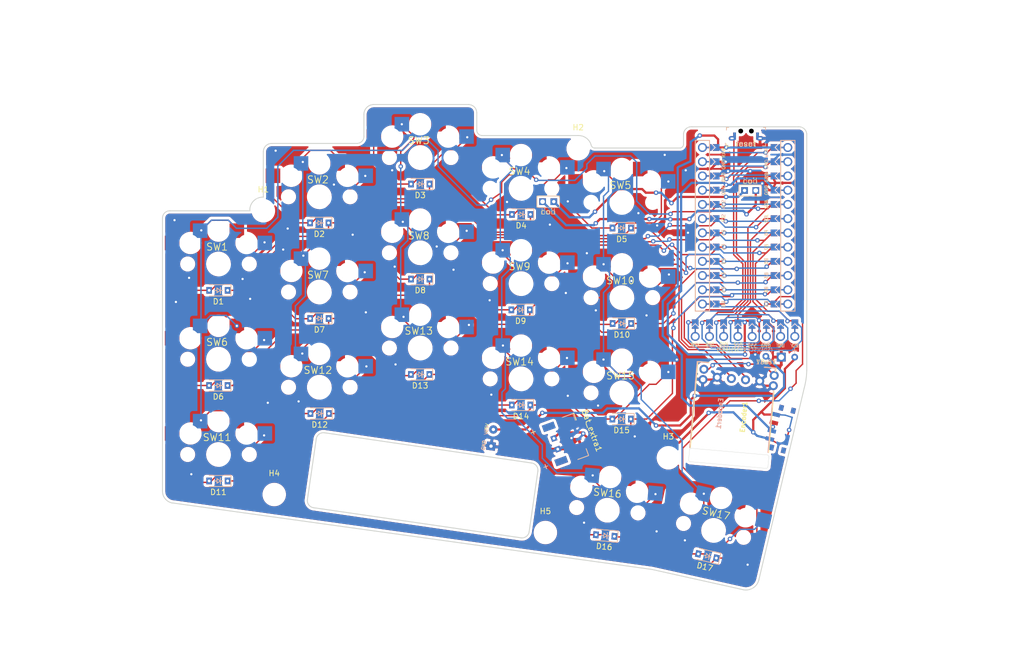
<source format=kicad_pcb>
(kicad_pcb (version 20211014) (generator pcbnew)
  (layers (0 "F.Cu" signal) (31 "B.Cu" signal) (34 "B.Paste" user) (35 "F.Paste" user) (36 "B.SilkS" user "B.Silkscreen") (37 "F.SilkS" user "F.Silkscreen") (38 "B.Mask" user) (39 "F.Mask" user) (44 "Edge.Cuts" user))
  (net 0 "")
  (net 1 "VBat")
  (net 2 "GND")
  (net 3 "row1")
  (net 4 "Net-(D1-Pad2)")
  (net 5 "Net-(D2-Pad2)")
  (net 6 "Net-(D3-Pad2)")
  (net 7 "Net-(D4-Pad2)")
  (net 8 "Net-(D5-Pad2)")
  (net 9 "row2")
  (net 10 "Net-(D6-Pad2)")
  (net 11 "Net-(D7-Pad2)")
  (net 12 "Net-(D8-Pad2)")
  (net 13 "Net-(D9-Pad2)")
  (net 14 "Net-(D10-Pad2)")
  (net 15 "row3")
  (net 16 "Net-(D11-Pad2)")
  (net 17 "Net-(D12-Pad2)")
  (net 18 "Net-(D13-Pad2)")
  (net 19 "Net-(D14-Pad2)")
  (net 20 "Net-(D15-Pad2)")
  (net 21 "row4")
  (net 22 "Net-(D16-Pad2)")
  (net 23 "Net-(D17-Pad2)")
  (net 24 "bsy")
  (net 25 "clk")
  (net 26 "cs")
  (net 27 "dc")
  (net 28 "din")
  (net 29 "rst")
  (net 30 "VCC")
  (net 31 "encoder_a")
  (net 32 "encoder_b")
  (net 33 "sw_encoder")
  (net 34 "col1")
  (net 35 "col2")
  (net 36 "col3")
  (net 37 "col4")
  (net 38 "col5")
  (net 39 "unconnected-(SW_Power1-Pad1)")
  (net 40 "VRaw")
  (net 41 "reset")
  (net 42 "Net-(Coil_input1-Pad1)")
  (net 43 "Net-(Coil_input1-Pad2)")
  (net 44 "Net-(VBus1-Padvbus)")
  (footprint "mylib:Kailh_Choc_Hotplug_reversible" (layer "F.Cu") (at 161 70.5)
    (fp_text reference "SW9")
    (fp_text value "SW_PUSH-kbd" hide)
  )
  (footprint "mylib:Kailh_Choc_Hotplug_reversible" (layer "F.Cu") (at 179 73)
    (fp_text reference "SW10")
    (fp_text value "SW_PUSH-kbd" hide)
  )
  (footprint "mylib:SW_Reset_vertical" (layer "F.Cu") (at 201.168 42.42)
    (fp_text reference "SW_Reset1" hide)
    (fp_text value "SW_RESET-kbd")
  )
  (footprint "mylib:Kailh_Choc_Hotplug_reversible" (layer "F.Cu") (at 179 90)
    (fp_text reference "SW15")
    (fp_text value "SW_PUSH-kbd" hide)
  )
  (footprint "mylib:Diode_SOD-123_reversible" (layer "F.Cu") (at 161.03 58.15 180)
    (fp_text reference "D4")
    (fp_text value "1N4148W" hide)
  )
  (footprint "mylib:Diode_SOD-123_reversible" (layer "F.Cu") (at 161 92.175 180)
    (fp_text reference "D14")
    (fp_text value "1N4148W" hide)
  )
  (footprint "mylib:Conn_EPD_Jumper" (layer "F.Cu") (at 201 79.275)
    (fp_text reference "Display1" hide)
    (fp_text value "Conn_Display_general")
  )
  (footprint "mylib:Diode_SOD-123_reversible" (layer "F.Cu") (at 125.06 93.69 180)
    (fp_text reference "D12")
    (fp_text value "1N4148W" hide)
  )
  (footprint "mylib:VBus_pad_reversible" (layer "F.Cu") (at 155.85 98.025 -98)
    (fp_text reference "WirelessCharger1" hide)
    (fp_text value "Conn_01x02_Female" hide)
  )
  (footprint "mylib:Diode_SOD-123_reversible" (layer "F.Cu") (at 106.98 105.72 180)
    (fp_text reference "D11")
    (fp_text value "1N4148W" hide)
  )
  (footprint "mylib:Diode_SOD-123_reversible" (layer "F.Cu") (at 178.975 60.575 180)
    (fp_text reference "D5")
    (fp_text value "1N4148W" hide)
  )
  (footprint "mylib:Diode_SOD-123_reversible" (layer "F.Cu") (at 178.95 94.675 180)
    (fp_text reference "D15")
    (fp_text value "1N4148W" hide)
  )
  (footprint "mylib:Diode_SOD-123_reversible" (layer "F.Cu") (at 194.254343 119.117065 167)
    (fp_text reference "D17")
    (fp_text value "1N4148W" hide)
  )
  (footprint "mylib:Diode_SOD-123_reversible" (layer "F.Cu") (at 160.92 75.18 180)
    (fp_text reference "D9")
    (fp_text value "1N4148W" hide)
  )
  (footprint "mylib:Kailh_Choc_Hotplug_reversible" (layer "F.Cu") (at 107 67)
    (fp_text reference "SW1")
    (fp_text value "SW_PUSH-kbd" hide)
  )
  (footprint "mylib:ProMicro_Jumpers" (layer "F.Cu") (at 201 60.175)
    (fp_text reference "U1" hide)
    (fp_text value "ProMicro-kbd")
  )
  (footprint "mylib:Battery_connector_lim_reversible" (layer "F.Cu") (at 168 98.775 -70)
    (fp_text reference "Bat_extra1")
    (fp_text value "Conn_Battery_pluggable")
  )
  (footprint "mylib:MountingHole_3.2mm_M3_DIN965" (layer "F.Cu") (at 187.3 101.6)
    (fp_text reference "H3")
    (fp_text value "MountingHole")
  )
  (footprint "mylib:Diode_SOD-123_reversible" (layer "F.Cu") (at 142.99 86.71 180)
    (fp_text reference "D13")
    (fp_text value "1N4148W" hide)
  )
  (footprint "mylib:Diode_SOD-123_reversible" (layer "F.Cu") (at 176.020767 115.468679 175)
    (fp_text reference "D16")
    (fp_text value "1N4148W" hide)
  )
  (footprint "mylib:Diode_SOD-123_reversible" (layer "F.Cu") (at 106.98 71.7 180)
    (fp_text reference "D1")
    (fp_text value "1N4148W" hide)
  )
  (footprint "mylib:RollerEncoder_EVQWGD001_reversible" (layer "F.Cu") (at 199.321127 93.163087 -95)
    (fp_text reference "Encoder1")
    (fp_text value "RotaryEncoder")
    (fp_line (start 9.8 7.3) (end 9.8 -6.3) (layer "Edge.Cuts") (width 0.05))
    (fp_line (start 7.4 -6.3) (end 7.4 7.3) (layer "Edge.Cuts") (width 0.05))
    (fp_line (start 7.7 7.6) (end 9.5 7.6) (layer "Edge.Cuts") (width 0.05))
    (fp_line (start 9.5 -6.6) (end 7.7 -6.6) (layer "Edge.Cuts") (width 0.05))
    (fp_arc (start 7.4 -6.3) (mid 7.487868 -6.512132) (end 7.7 -6.6) (layer "Edge.Cuts") (width 0.05))
    (fp_arc (start 7.7 7.6) (mid 7.487868 7.512132) (end 7.4 7.3) (layer "Edge.Cuts") (width 0.05))
    (fp_arc (start 9.5 -6.6) (mid 9.712132 -6.512132) (end 9.8 -6.3) (layer "Edge.Cuts") (width 0.05))
    (fp_arc (start 9.8 7.3) (mid 9.712132 7.512132) (end 9.5 7.6) (layer "Edge.Cuts") (width 0.05))
  )
  (footprint "mylib:Kailh_Choc_Hotplug_reversible" (layer "F.Cu") (at 143 48)
    (fp_text reference "SW3")
    (fp_text value "SW_PUSH-kbd" hide)
  )
  (footprint "mylib:Kailh_Choc_Hotplug_reversible" (layer "F.Cu") (at 107 84)
    (fp_text reference "SW6")
    (fp_text value "SW_PUSH-kbd" hide)
  )
  (footprint "mylib:Diode_SOD-123_reversible" (layer "F.Cu") (at 124.99 59.66 180)
    (fp_text reference "D2")
    (fp_text value "1N4148W" hide)
  )
  (footprint "mylib:Kailh_Choc_Hotplug_reversible" (layer "F.Cu") (at 195.367403 114.55 -13)
    (fp_text reference "SW17")
    (fp_text value "SW_PUSH-kbd" hide)
  )
  (footprint "mylib:MountingHole_3.2mm_M3_DIN965" (layer "F.Cu") (at 116.95 108.15)
    (fp_text reference "H4")
    (fp_text value "MountingHole")
  )
  (footprint "mylib:GND_1pin_conn" (layer "F.Cu") (at 204.7 83.475)
    (fp_text reference "VBus1")
    (fp_text value "Conn_01x01_Female" hide)
  )
  (footprint "mylib:Kailh_Choc_Hotplug_reversible" (layer "F.Cu") (at 179 56)
    (fp_text reference "SW5")
    (fp_text value "SW_PUSH-kbd" hide)
  )
  (footprint "mylib:Power_reversible" (layer "F.Cu") (at 207.65 96.475 76.2)
    (fp_text reference "SW_Power1" hide)
    (fp_text value "SW_Battery-kbd")
  )
  (footprint "mylib:Kailh_Choc_Hotplug_reversible" (layer "F.Cu") (at 176.407158 110.95 -5)
    (fp_text reference "SW16")
    (fp_text value "SW_PUSH-kbd" hide)
  )
  (footprint "mylib:Diode_SOD-123_reversible" (layer "F.Cu") (at 106.97 88.69 180)
    (fp_text reference "D6")
    (fp_text value "1N4148W" hide)
  )
  (footprint "mylib:Diode_SOD-123_reversible" (layer "F.Cu") (at 179 77.625 180)
    (fp_text reference "D10")
    (fp_text value "1N4148W" hide)
  )
  (footprint "mylib:Kailh_Choc_Hotplug_reversible" (layer "F.Cu") (at 143 82)
    (fp_text reference "SW13")
    (fp_text value "SW_PUSH-kbd" hide)
  )
  (footprint "mylib:Diode_SOD-123_reversible" (layer "F.Cu") (at 143.01 69.7 180)
    (fp_text reference "D8")
    (fp_text value "1N4148W" hide)
  )
  (footprint "mylib:Kailh_Choc_Hotplug_reversible" (layer "F.Cu") (at 161 53.5)
    (fp_text reference "SW4")
    (fp_text value "SW_PUSH-kbd" hide)
  )
  (footprint "mylib:Kailh_Choc_Hotplug_reversible" (layer "F.Cu") (at 107 101)
    (fp_text reference "SW11")
    (fp_text value "SW_PUSH-kbd" hide)
  )
  (footprint "mylib:Kailh_Choc_Hotplug_reversible" (layer "F.Cu") (at 125 55)
    (fp_text reference "SW2")
    (fp_text value "SW_PUSH-kbd" hide)
  )
  (footprint "mylib:Kailh_Choc_Hotplug_reversible" (layer "F.Cu") (at 143 65)
    (fp_text reference "SW8")
    (fp_text value "SW_PUSH-kbd" hide)
  )
  (footprint "mylib:WirelessChager_pads_reversible" (layer "F.Cu") (at 201.9 53.875)
    (fp_text reference "Coil_output1" hide)
    (fp_text value "Conn_01x02_Female")
  )
  (footprint "mylib:MountingHole_3.2mm_M3_DIN965" (layer "F.Cu") (at 171.2 46.425)
    (fp_text reference "H2")
    (fp_text value "MountingHole")
  )
  (footprint "mylib:MountingHole_3.2mm_M3_DIN965" (layer "F.Cu") (at 115 57.5)
    (fp_text reference "H1")
    (fp_text value "MountingHole")
  )
  (footprint "mylib:Diode_SOD-123_reversible" (layer "F.Cu") (at 125.01 76.73 180)
    (fp_text reference "D7")
    (fp_text value "1N4148W" hide)
  )
  (footprint "mylib:Kailh_Choc_Hotplug_reversible" (layer "F.Cu") (at 161 87.5)
    (fp_text reference "SW14")
    (fp_text value "SW_PUSH-kbd" hide)
  )
  (footprint "mylib:Kailh_Choc_Hotplug_reversible" (layer "F.Cu") (at 125 72)
    (fp_text reference "SW7")
    (fp_text value "SW_PUSH-kbd" hide)
  )
  (footprint "mylib:Kailh_Choc_Hotplug_reversible" (layer "F.Cu") (at 125 89)
    (fp_text reference "SW12")
    (fp_text value "SW_PUSH-kbd" hide)
  )
  (footprint "mylib:Diode_SOD-123_reversible" (layer "F.Cu") (at 143.01 52.73 180)
    (fp_text reference "D3")
    (fp_text value "1N4148W" hide)
  )
  (footprint "mylib:MountingHole_3.2mm_M3_DIN965" (layer "F.Cu") (at 165.35 114.93)
    (fp_text reference "H5")
    (fp_text value "MountingHole")
  )
  (footprint "mylib:Battery_pads_reversible" (layer "B.Cu") (at 208.65 83.625 180)
    (fp_text reference "Bat_main1" hide)
    (fp_text value "Conn_Battery_solderable")
  )
  (footprint "mylib:WirelessChager_pads_reversible" (layer "B.Cu") (at 165.85 55.875 180)
    (fp_text reference "Coil_input1" hide)
    (fp_text value "Conn_01x02_Female")
  )
  (gr_arc (start 112.6 57.5) (mid 113.257623 55.750714) (end 115 55.075) (layer "Edge.Cuts") (width 0.16))
  (gr_arc (start 132.95 40.325) (mid 133.439876 39.089782) (end 134.645025 38.53) (layer "Edge.Cuts") (width 0.16))
  (gr_line (start 210.5 42.5) (end 191.5 42.5) (layer "Edge.Cuts") (width 0.16))
  (gr_arc (start 124.449816 98.22641) (mid 124.946799 97.375362) (end 125.9 97.125) (layer "Edge.Cuts") (width 0.16))
  (gr_arc (start 154.05 44.075) (mid 153.367893 43.771751) (end 153.1 43.075) (layer "Edge.Cuts") (width 0.16))
  (gr_line (start 154.05 44.075) (end 171.2 44.075) (layer "Edge.Cuts") (width 0.16))
  (gr_line (start 116.5 45.475) (end 131.75 45.475) (layer "Edge.Cuts") (width 0.16))
  (gr_arc (start 123.975612 110.500798) (mid 123.124564 110.003815) (end 122.874202 109.050614) (layer "Edge.Cuts") (width 0.16))
  (gr_arc (start 190 45.675) (mid 189.822479 46.08916) (end 189.424247 46.3) (layer "Edge.Cuts") (width 0.16))
  (gr_line (start 97 107.5) (end 97 58.775) (layer "Edge.Cuts") (width 0.16))
  (gr_line (start 203.44 123.445) (end 211.55 89.125) (layer "Edge.Cuts") (width 0.16))
  (gr_line (start 132.95 44.225) (end 132.95 40.325) (layer "Edge.Cuts") (width 0.16))
  (gr_line (start 123.975612 110.500798) (end 160.999816 115.87641) (layer "Edge.Cuts") (width 0.16))
  (gr_line (start 98.35 57.5) (end 112.6 57.5) (layer "Edge.Cuts") (width 0.16))
  (gr_arc (start 162.9 102.525) (mid 163.751048 103.021983) (end 164.00141 103.975184) (layer "Edge.Cuts") (width 0.16))
  (gr_arc (start 174.15 46.3) (mid 173.725975 46.125963) (end 173.50527 45.724247) (layer "Edge.Cuts") (width 0.16))
  (gr_line (start 115 55.075) (end 115 46.975) (layer "Edge.Cuts") (width 0.16))
  (gr_arc (start 151.6 38.53) (mid 152.656433 38.959133) (end 153.1 40.009587) (layer "Edge.Cuts") (width 0.16))
  (gr_line (start 164.00141 103.975184) (end 162.45 114.775) (layer "Edge.Cuts") (width 0.16))
  (gr_arc (start 210.5 42.5) (mid 211.498616 42.830357) (end 212 43.75) (layer "Edge.Cuts") (width 0.16))
  (gr_arc (start 203.44 123.445) (mid 202.392867 124.835418) (end 200.68 125.145) (layer "Edge.Cuts") (width 0.16))
  (gr_line (start 125.9 97.125) (end 162.9 102.525) (layer "Edge.Cuts") (width 0.16))
  (gr_line (start 98.640175 109.634628) (end 184.375 121.525) (layer "Edge.Cuts") (width 0.16))
  (gr_line (start 174.15 46.3) (end 189.424247 46.3) (layer "Edge.Cuts") (width 0.16))
  (gr_line (start 153.1 40.009587) (end 153.1 43.075) (layer "Edge.Cuts") (width 0.16))
  (gr_line (start 122.874202 109.050614) (end 124.449816 98.22641) (layer "Edge.Cuts") (width 0.16))
  (gr_arc (start 212 86) (mid 211.869969 87.576176) (end 211.55 89.125) (layer "Edge.Cuts") (width 0.16))
  (gr_line (start 200.68 125.145) (end 184.375 121.525) (layer "Edge.Cuts") (width 0.16))
  (gr_line (start 212 43.75) (end 212 86) (layer "Edge.Cuts") (width 0.16))
  (gr_arc (start 98.640175 109.634628) (mid 97.443179 108.856917) (end 97 107.5) (layer "Edge.Cuts") (width 0.16))
  (gr_arc (start 115 46.975) (mid 115.43934 45.91434) (end 116.5 45.475) (layer "Edge.Cuts") (width 0.16))
  (gr_arc (start 97 58.775) (mid 97.410939 57.857906) (end 98.35 57.5) (layer "Edge.Cuts") (width 0.16))
  (gr_line (start 134.645025 38.53) (end 151.6 38.53) (layer "Edge.Cuts") (width 0.16))
  (gr_line (start 190 43.75) (end 190 45.675) (layer "Edge.Cuts") (width 0.16))
  (gr_arc (start 171.2 44.075) (mid 172.631982 44.509161) (end 173.50527 45.724247) (layer "Edge.Cuts") (width 0.16))
  (gr_arc (start 132.95 44.225) (mid 132.608883 45.098528) (end 131.75 45.475) (layer "Edge.Cuts") (width 0.16))
  (gr_arc (start 190 43.75) (mid 190.499172 42.824006) (end 191.5 42.5) (layer "Edge.Cuts") (width 0.16))
  (gr_arc (start 162.45 114.775) (mid 161.953017 115.626048) (end 160.999816 115.87641) (layer "Edge.Cuts") (width 0.16))
  (segment (start 208.1 85.725) (end 209.85 83.975) (width 0.4) (layer "F.Cu") (net 1))
  (segment (start 194.5 93.625) (end 189.25 98.875) (width 0.4) (layer "F.Cu") (net 1))
  (segment (start 171.901127 97.076127) (end 172.1 97.275) (width 0.4) (layer "F.Cu") (net 1))
  (segment (start 202.45 97.025) (end 202.45 94.825) (width 0.4) (layer "F.Cu") (net 1))
  (segment (start 166.859241 98.126025) (end 167.909139 97.076127) (width 0.4) (layer "F.Cu") (net 1))
  (segment (start 173.7 98.875) (end 172.1 97.275) (width 0.4) (layer "F.Cu") (net 1))
  (segment (start 209.85 83.975) (end 209.85 83.625) (width 0.4) (layer "F.Cu") (net 1))
  (segment (start 208.1 89.175) (end 208.1 85.725) (width 0.4) (layer "F.Cu") (net 1))
  (segment (start 203.9 93.375) (end 204.397514 93.872514) (width 0.4) (layer "F.Cu") (net 1))
  (segment (start 194.5 93.575) (end 194.5 93.625) (width 0.4) (layer "F.Cu") (net 1))
  (segment (start 203.9 93.375) (end 208.1 89.175) (width 0.4) (layer "F.Cu") (net 1))
  (segment (start 202.45 94.825) (end 203.9 93.375) (width 0.4) (layer "F.Cu") (net 1))
  (segment (start 204.397514 93.872514) (end 206.487215 93.872514) (width 0.4) (layer "F.Cu") (net 1))
  (segment (start 167.909139 97.076127) (end 170.840238 97.076127) (width 0.4) (layer "F.Cu") (net 1))
  (segment (start 189.25 98.875) (end 173.7 98.875) (width 0.4) (layer "F.Cu") (net 1))
  (segment (start 170.840238 97.076127) (end 171.901127 97.076127) (width 0.4) (layer "F.Cu") (net 1))
  (via (at 202.45 97.025) (size 0.8) (drill 0.4) (layers "F.Cu" "B.Cu") (net 1))
  (via (at 194.5 93.575) (size 0.8) (drill 0.4) (layers "F.Cu" "B.Cu") (net 1))
  (via (at 172.1 97.275) (size 0.8) (drill 0.4) (layers "F.Cu" "B.Cu") (net 1))
  (segment (start 202.45 97.025) (end 198.9 93.475) (width 0.4) (layer "B.Cu") (net 1))
  (segment (start 194.6 93.475) (end 194.5 93.575) (width 0.4) (layer "B.Cu") (net 1))
  (segment (start 198.9 93.475) (end 194.6 93.475) (width 0.4) (layer "B.Cu") (net 1))
  (segment (start 172.1 97.275) (end 172.1 97.418506) (width 0.4) (layer "B.Cu") (net 1))
  (segment (start 203.15 97.675) (end 205.413815 98.242619) (width 0.4) (layer "B.Cu") (net 1))
  (segment (start 202.45 97.025) (end 203.15 97.675) (width 0.4) (layer "B.Cu") (net 1))
  (segment (start 172.1 97.418506) (end 171.267764 98.250742) (width 0.4) (layer "B.Cu") (net 1))
  (segment (start 193.480879 93.194121) (end 193.480879 87.633032) (width 0.4) (layer "F.Cu") (net 2))
  (segment (start 188.9 97.775) (end 193.480879 93.194121) (width 0.4) (layer "F.Cu") (net 2))
  (segment (start 204.706 77.055) (end 204.792 77.141) (width 0.25) (layer "F.Cu") (net 2))
  (segment (start 202.76 51.285) (end 205.826 51.285) (width 0.4) (layer "F.Cu") (net 2))
  (segment (start 191.533006 87.633032) (end 193.480879 87.633032) (width 0.4) (layer "F.Cu") (net 2))
  (segment (start 186.7 58.728888) (end 185.303058 60.12583) (width 0.4) (layer "F.Cu") (net 2))
  (segment (start 204.32 81.655) (end 202.8 83.175) (width 0.4) (layer "F.Cu") (net 2))
  (segment (start 206.08 78.429) (end 204.792 77.141) (width 0.4) (layer "F.Cu") (net 2))
  (segment (start 206.08 81.655) (end 204.32 81.655) (width 0.4) (layer "F.Cu") (net 2))
  (segment (start 196.27 48.745) (end 197.95 50.425) (width 0.4) (layer "F.Cu") (net 2))
  (segment (start 203.668 44.57) (end 203.618 44.57) (width 0.25) (layer "F.Cu") (net 2))
  (segment (start 202 89.475) (end 203.583445 87.891555) (width 0.4) (layer "F.Cu") (net 2))
  (segment (start 195.610272 87.633032) (end 196.015876 87.227428) (width 0.4) (layer "F.Cu") (net 2))
  (segment (start 169.422606 100.052394) (end 171.224258 98.250742) (width 0.4) (layer "F.Cu") (net 2))
  (segment (start 206.45 52.525) (end 205.826 51.285) (width 0.4) (layer "F.Cu") (net 2))
  (segment (start 209.285 44.57) (end 210.15 45.435) (width 0.4) (layer "F.Cu") (net 2))
  (segment (start 196.174 48.745) (end 194.894 50.025) (width 0.4) (layer "F.Cu") (net 2))
  (segment (start 170.175742 98.250742) (end 171.267764 98.250742) (width 0.4) (layer "F.Cu") (net 2))
  (segment (start 210.15 45.435) (end 210.15 51.975) (width 0.4) (layer "F.Cu") (net 2))
  (segment (start 206.08 81.655) (end 206.08 78.429) (width 0.4) (layer "F.Cu") (net 2))
  (segment (start 206.08 81.655) (end 207.03 81.655) (width 0.4) (layer "F.Cu") (net 2))
  (segment (start 203.60688 87.891555) (end 204.44652 88.731195) (width 0.4) (layer "F.Cu") (net 2))
  (segment (start 203.48 77.055) (end 204.706 77.055) (width 0.25) (layer "F.Cu") (net 2))
  (segment (start 194.894 50.025) (end 192.314074 50.025) (width 0.4) (layer "F.Cu") (net 2))
  (segment (start 181.3 97.775) (end 188.9 97.775) (width 0.4) (layer "F.Cu") (net 2))
  (segment (start 205.25 53.825) (end 204.05 52.625) (width 0.4) (layer "F.Cu") (net 2))
  (segment (start 203.668 44.57) (end 209.285 44.57) (width 0.4) (layer "F.Cu") (net 2))
  (segment (start 198.3 89.475) (end 202 89.475) (width 0.4) (layer "F.Cu") (net 2))
  (segment (start 170 98.075) (end 170.175742 98.250742) (width 0.4) (layer "F.Cu") (net 2))
  (segment (start 209.6 52.525) (end 206.45 52.525) (width 0.4) (layer "F.Cu") (net 2))
  (segment (start 206.45 52.525) (end 205.826 53.825) (width 0.4) (layer "F.Cu") (net 2))
  (segment (start 207.03 81.655) (end 207.45 82.075) (width 0.4) (layer "F.Cu") (net 2))
  (segment (start 201.9 50.425) (end 202.76 51.285) (width 0.4) (layer "F.Cu") (net 2))
  (segment (start 167.560382 100.052394) (end 169.422606 100.052394) (width 0.4) (layer "F.Cu") (net 2))
  (segment (start 204.44652 88.731195) (end 206.032932 88.731195) (width 0.4) (layer "F.Cu") (net 2))
  (segment (start 203.618 44.57) (end 203.218 44.17) (width 0.25) (layer "F.Cu") (net 2))
  (segment (start 207.45 82.075) (end 207.45 83.625) (width 0.4) (layer "F.Cu") (net 2))
  (segment (start 186.7 55.639074) (end 186.7 58.728888) (width 0.4) (layer "F.Cu") (net 2))
  (segment (start 171.224258 98.250742) (end 171.267764 98.250742) (width 0.4) (layer "F.Cu") (net 2))
  (segment (start 196.174 48.745) (end 196.27 48.745) (width 0.4) (layer "F.Cu") (net 2))
  (segment (start 193.480879 87.633032) (end 195.610272 87.633032) (width 0.4) (layer "F.Cu") (net 2))
  (segment (start 196.015876 87.227428) (end 196.052428 87.227428) (width 0.4) (layer "F.Cu") (net 2))
  (segment (start 205.826 53.825) (end 205.25 53.825) (width 0.4) (layer "F.Cu") (net 2))
  (segment (start 188.8 84.075) (end 188.8 84.900026) (width 0.4) (layer "F.Cu") (net 2))
  (segment (start 196.052428 87.227428) (end 198.3 89.475) (width 0.4) (layer "F.Cu") (net 2))
  (segment (start 210.15 51.975) (end 209.6 52.525) (width 0.4) (layer "F.Cu") (net 2))
  (segment (start 188.8 84.900026) (end 191.533006 87.633032) (width 0.4) (layer "F.Cu") (net 2))
  (segment (start 196.174 48.745) (end 197.55 48.745) (width 0.4) (layer "F.Cu") (net 2))
  (segment (start 203.583445 87.891555) (end 203.60688 87.891555) (width 0.4) (layer "F.Cu") (net 2))
  (segment (start 155.64124 99.510402) (end 167.560382 100.052394) (width 0.4) (layer "F.Cu") (net 2))
  (segment (start 192.314074 50.025) (end 186.7 55.639074) (width 0.4) (layer "F.Cu") (net 2))
  (via (at 127.6 52.825) (size 0.8) (drill 0.4) (layers "F.Cu" "B.Cu") (net 2))
  (via (at 169 72.175) (size 0.8) (drill 0.4) (layers "F.Cu" "B.Cu") (net 2))
  (via (at 130.95 61.775) (size 0.8) (drill 0.4) (layers "F.Cu" "B.Cu") (net 2))
  (via (at 119.35 60.675) (size 0.8) (drill 0.4) (layers "F.Cu" "B.Cu") (net 2))
  (via (at 138.6 84.925) (size 0.8) (drill 0.4) (layers "F.Cu" "B.Cu") (net 2))
  (via (at 138.45 67.475) (size 0.8) (drill 0.4) (layers "F.Cu" "B.Cu") (net 2))
  (via (at 172.25 113.175) (size 0.8) (drill 0.4) (layers "F.Cu" "B.Cu") (net 2))
  (via (at 112.65 73.225) (size 0.8) (drill 0.4) (layers "F.Cu" "B.Cu") (net 2))
  (via (at 174.35 75.275) (size 0.8) (drill 0.4) (layers "F.Cu" "B.Cu") (net 2))
  (via (at 138 50.275) (size 0.8) (drill 0.4) (layers "F.Cu" "B.Cu") (net 2))
  (via (at 202.8 83.175) (size 0.8) (drill 0.4) (layers "F.Cu" "B.Cu") (net 2))
  (via (at 145.95 63.875) (size 0.8) (drill 0.4) (layers "F.Cu" "B.Cu") (net 2))
  (via (at 190.4 50.275) (size 0.8) (drill 0.4) (layers "F.Cu" "B.Cu") (net 2))
  (via (at 118.55 64.425) (size 0.8) (drill 0.4) (layers "F.Cu" "B.Cu") (net 2))
  (via (at 169.35 90.525) (size 0.8) (drill 0.4) (layers "F.Cu" "B.Cu") (net 2))
  (via (at 101.75 69.475) (size 0.8) (drill 0.4) (layers "F.Cu" "B.Cu") (net 2))
  (via (at 183.4 76.175) (size 0.8) (drill 0.4) (layers "F.Cu" "B.Cu") (net 2))
  (via (at 155.7 90.325) (size 0.8) (drill 0.4) (layers "F.Cu" "B.Cu") (net 2))
  (via (at 180.7 70.025) (size 0.8) (drill 0.4) (layers "F.Cu" "B.Cu") (net 2))
  (via (at 133.3 75.625) (size 0.8) (drill 0.4) (layers "F.Cu" "B.Cu") (net 2))
  (via (at 190.25 116.325) (size 0.8) (drill 0.4) (layers "F.Cu" "B.Cu") (net 2))
  (via (at 169.35 55.825) (size 0.8) (drill 0.4) (layers "F.Cu" "B.Cu") (net 2))
  (via (at 99.4 73.775) (size 0.8) (drill 0.4) (layers "F.Cu" "B.Cu") (net 2))
  (via (at 172.75 65.075) (size 0.8) (drill 0.4) (layers "F.Cu" "B.Cu") (net 2))
  (via (at 181.95 57.925) (size 0.8) (drill 0.4) (layers "F.Cu" "B.Cu") (net 2))
  (via (at 188.8 84.075) (size 0.8) (drill 0.4) (layers "F.Cu" "B.Cu") (net 2))
  (via (at 185.2 114.725) (size 0.8) (drill 0.4) (layers "F.Cu" "B.Cu") (net 2))
  (via (at 174.75 92.275) (size 0.8) (drill 0.4) (layers "F.Cu" "B.Cu") (net 2))
  (via (at 99.15 59.175) (size 0.8) (drill 0.4) (layers "F.Cu" "B.Cu") (net 2))
  (via (at 166.15 59.975) (size 0.8) (drill 0.4) (layers "F.Cu" "B.Cu") (net 2))
  (via (at 197.55 48.745) (size 0.8) (drill 0.4) (layers "F.Cu" "B.Cu") (net 2))
  (via (at 203.48 77.055) (size 0.8) (drill 0.4) (layers "F.Cu" "B.Cu") (net 2))
  (via (at 102.15 104.525) (size 0.8) (drill 0.4) (layers "F.Cu" "B.Cu") (net 2))
  (via (at 111.3 69.675) (size 0.8) (drill 0.4) (layers "F.Cu" "B.Cu") (net 2))
  (via (at 181.3 97.775) (size 0.8) (drill 0.4) (layers "F.Cu" "B.Cu") (net 2))
  (via (at 197.95 50.425) (size 0.8) (drill 0.4) (layers "F.Cu" "B.Cu") (net 2))
  (via (at 115.8 91.775) (size 0.8) (drill 0.4) (layers "F.Cu" "B.Cu") (net 2))
  (via (at 204.05 52.625) (size 0.8) (drill 0.4) (layers "F.Cu" "B.Cu") (net 2))
  (via (at 190.8 61.425) (size 0.8) (drill 0.4) (layers "F.Cu" "B.Cu") (net 2))
  (via (at 117.2 46.775) (size 0.8) (drill 0.4) (layers "F.Cu" "B.Cu") (net 2))
  (via (at 121.3 91.525) (size 0.8) (drill 0.4) (layers "F.Cu" "B.Cu") (net 2))
  (via (at 201.9 50.425) (size 0.8) (drill 0.4) (layers "F.Cu" "B.Cu") (net 2))
  (via (at 186.65 47.525) (size 0.8) (drill 0.4) (layers "F.Cu" "B.Cu") (net 2))
  (via (at 158.5 55.925) (size 0.8) (drill 0.4) (layers "F.Cu" "B.Cu") (net 2))
  (via (at 185.303058 60.12583) (size 0.8) (drill 0.4) (layers "F.Cu" "B.Cu") (net 2))
  (via (at 201.45 120.675) (size 0.8) (drill 0.4) (layers "F.Cu" "B.Cu") (net 2))
  (via (at 148.95 68.025) (size 0.8) (drill 0.4) (layers "F.Cu" "B.Cu") (net 2))
  (via (at 170 98.075) (size 0.8) (drill 0.4) (layers "F.Cu" "B.Cu") (net 2))
  (via (at 155.4 73.475) (size 0.8) (drill 0.4) (layers "F.Cu" "B.Cu") (net 2))
  (segment (start 170.840238 97.076127) (end 171.741365 96.175) (width 0.4) (layer "B.Cu") (net 2))
  (segment (start 210.35 46.505) (end 209.37 47.485) (width 0.4) (layer "B.Cu") (net 2))
  (segment (start 203.51 87.05) (end 202.8 86.34) (width 0.4) (layer "B.Cu") (net 2))
  (segment (start 188.8 84.075) (end 181.85 77.125) (width 0.4) (layer "B.Cu") (net 2))
  (segment (start 197.55 48.745) (end 205.826 48.745) (width 0.4) (layer "B.Cu") (net 2))
  (segment (start 197.788 76.525) (end 197.172 77.141) (width 0.25) (layer "B.Cu") (net 2))
  (segment (start 172.7 96.175) (end 174.4 97.875) (width 0.4) (layer "B.Cu") (net 2))
  (segment (start 210.35 45.545) (end 210.35 46.505) (width 0.4) (layer "B.Cu") (net 2))
  (segment (start 202.95 76.525) (end 197.788 76.525) (width 0.25) (layer "B.Cu") (net 2))
  (segment (start 207.086 47.485) (end 205.826 48.745) (width 0.4) (layer "B.Cu") (net 2))
  (segment (start 171.741365 96.175) (end 172.7 96.175) (width 0.4) (layer "B.Cu") (net 2))
  (segment (start 184.19917 60.12583) (end 185.303058 60.12583) (width 0.4) (layer "B.Cu") (net 2))
  (segment (start 181.2 97.875) (end 181.3 97.775) (width 0.4) (layer "B.Cu") (net 2))
  (segment (start 209.375 44.57) (end 210.35 45.545) (width 0.4) (layer "B.Cu") (net 2))
  (segment (start 181.85 62.475) (end 184.19917 60.12583) (width 0.4) (layer "B.Cu") (net 2))
  (segment (start 174.4 97.875) (end 181.2 97.875) (width 0.4) (layer "B.Cu") (net 2))
  (segment (start 197.95 50.425) (end 197.034 50.425) (width 0.4) (layer "B.Cu") (net 2))
  (segment (start 198.35 53.825) (end 199.55 52.625) (width 0.4) (layer "B.Cu") (net 2))
  (segment (start 181.85 77.125) (end 181.85 62.475) (width 0.4) (layer "B.Cu") (net 2))
  (segment (start 199.55 52.625) (end 204.05 52.625) (width 0.4) (layer "B.Cu") (net 2))
  (segment (start 203.48 77.055) (end 202.95 76.525) (width 0.25) (layer "B.Cu") (net 2))
  (segment (start 209.37 47.485) (end 207.086 47.485) (width 0.4) (layer "B.Cu") (net 2))
  (segment (start 203.668 44.57) (end 209.375 44.57) (width 0.4) (layer "B.Cu") (net 2))
  (segment (start 197.95 50.425) (end 201.9 50.425) (width 0.4) (layer "B.Cu") (net 2))
  (segment (start 196.174 53.825) (end 198.35 53.825) (width 0.4) (layer "B.Cu") (net 2))
  (segment (start 202.8 86.34) (end 202.8 83.175) (width 0.4) (layer "B.Cu") (net 2))
  (segment (start 197.034 50.425) (end 196.174 51.285) (width 0.4) (layer "B.Cu") (net 2))
  (segment (start 170.840238 97.076127) (end 170 97.916365) (width 0.4) (layer "B.Cu") (net 2))
  (segment (start 170 97.916365) (end 170 98.075) (width 0.4) (layer "B.Cu") (net 2))
  (segment (start 114.8 65.975) (end 118.7 62.075) (width 0.25) (layer "F.Cu") (net 3))
  (segment (start 196.174 69.065) (end 197.27 69.065) (width 0.25) (layer "F.Cu") (net 3))
  (segment (start 162.68 59.695) (end 162.68 58.15) (width 0.25) (layer "F.Cu") (net 3))
  (segment (start 162.68 60.775) (end 163.23 61.325) (width 0.25) (layer "F.Cu") (net 3))
  (segment (start 144.66 54.915) (end 144.66 52.73) (width 0.25) (layer "F.Cu") (net 3))
  (segment (start 126 62.075) (end 126.64 61.435) (width 0.25) (layer "F.Cu") (net 3))
  (segment (start 114.8 68.475) (end 114.8 65.975) (width 0.25) (layer "F.Cu") (net 3))
  (segment (start 126.64 61.435) (end 126.64 59.66) (width 0.25) (layer "F.Cu") (net 3))
  (segment (start 165.8 61.325) (end 166.4 61.925) (width 0.25) (layer "F.Cu") (net 3))
  (segment (start 180.625 60.675) (end 180.625 60.575) (width 0.25) (layer "F.Cu") (net 3))
  (segment (start 118.7 62.075) (end 126 62.075) (width 0.25) (layer "F.Cu") (net 3))
  (segment (start 144.2 55.375) (end 144.66 54.915) (width 0.25) (layer "F.Cu") (net 3))
  (segment (start 190.9 67.725) (end 191.2 67.725) (width 0.25) (layer "F.Cu") (net 3))
  (segment (start 179.375 61.925) (end 180.625 60.675) (width 0.25) (layer "F.Cu") (net 3))
  (segment (start 197.27 69.065) (end 197.29 69.085) (width 0.25) (layer "F.Cu") (net 3))
  (segment (start 108.63 71.7) (end 111.575 71.7) (width 0.25) (layer "F.Cu") (net 3))
  (segment (start 134.2 55.375) (end 144.2 55.375) (width 0.25) (layer "F.Cu") (net 3))
  (segment (start 149.69 54.915) (end 156.1 61.325) (width 0.25) (layer "F.Cu") (net 3))
  (segment (start 129.915 59.66) (end 134.2 55.375) (width 0.25) (layer "F.Cu") (net 3))
  (segment (start 166.4 61.925) (end 179.375 61.925) (width 0.25) (layer "F.Cu") (net 3))
  (segment (start 183.75 60.575) (end 190.9 67.725) (width 0.25) (layer "F.Cu") (net 3))
  (segment (start 126.64 59.66) (end 129.915 59.66) (width 0.25) (layer "F.Cu") (net 3))
  (segment (start 162.15 61.325) (end 162.68 60.795) (width 0.25) (layer "F.Cu") (net 3))
  (segment (start 163.23 61.325) (end 165.8 61.325) (width 0.25) (layer "F.Cu") (net 3))
  (segment (start 162.68 60.795) (end 162.68 59.695) (width 0.25) (layer "F.Cu") (net 3))
  (segment (start 156.1 61.325) (end 162.15 61.325) (width 0.25) (layer "F.Cu") (net 3))
  (segment (start 180.625 60.575) (end 183.75 60.575) (width 0.25) (layer "F.Cu") (net 3))
  (segment (start 144.66 54.915) (end 149.69 54.915) (width 0.25) (layer "F.Cu") (net 3))
  (segment (start 111.575 71.7) (end 114.8 68.475) (width 0.25) (layer "F.Cu") (net 3))
  (via (at 191.2 67.725) (size 0.8) (drill 0.4) (layers "F.Cu" "B.Cu") (net 3))
  (via (at 197.29 69.085) (size 0.8) (drill 0.4) (layers "F.Cu" "B.Cu") (net 3))
  (segment (start 191.3 67.825) (end 191.2 67.725) (width 0.25) (layer "B.Cu") (net 3))
  (segment (start 197.29 69.085) (end 197.29 68.681978) (width 0.25) (layer "B.Cu") (net 3))
  (segment (start 197.29 69.085) (end 197.31 69.065) (width 0.25) (layer "B.Cu") (net 3))
  (segment (start 197.29 68.681978) (end 196.433022 67.825) (width 0.25) (layer "B.Cu") (net 3))
  (segment (start 197.31 69.065) (end 205.826 69.065) (width 0.25) (layer "B.Cu") (net 3))
  (segment (start 196.433022 67.825) (end 191.3 67.825) (width 0.25) (layer "B.Cu") (net 3))
  (segment (start 112.8 65.555) (end 111.81 65.555) (width 0.25) (layer "F.Cu") (net 4))
  (segment (start 111.81 65.555) (end 105.665 71.7) (width 0.25) (layer "F.Cu") (net 4))
  (segment (start 115.22 63.135) (end 112.8 65.555) (width 0.25) (layer "F.Cu") (net 4))
  (segment (start 98.725 68.6) (end 101.825 71.7) (width 0.25) (layer "F.Cu") (net 4))
  (segment (start 105.665 71.7) (end 105.33 71.7) (width 0.25) (layer "F.Cu") (net 4))
  (segment (start 101.825 71.7) (end 105.33 71.7) (width 0.25) (layer "F.Cu") (net 4))
  (segment (start 98.725 63.25) (end 98.725 68.6) (width 0.25) (layer "F.Cu") (net 4))
  (via (at 115.22 63.135) (size 0.8) (drill 0.4) (layers "F.Cu" "B.Cu") (net 4))
  (segment (start 115.275 63.19) (end 115.22 63.135) (width 0.25) (layer "B.Cu") (net 4))
  (segment (start 115.275 63.25) (end 115.275 63.19) (width 0.25) (layer "B.Cu") (net 4))
  (segment (start 130.9 53.575) (end 129.7 53.575) (width 0.25) (layer "F.Cu") (net 5))
  (segment (start 123.615 59.66) (end 123.34 59.66) (width 0.25) (layer "F.Cu") (net 5))
  (segment (start 133.2 51.275) (end 130.9 53.575) (width 0.25) (layer "F.Cu") (net 5))
  (segment (start 116.725 55.236) (end 121.149 59.66) (width 0.25) (layer "F.Cu") (net 5))
  (segment (start 129.7 53.575) (end 123.615 59.66) (width 0.25) (layer "F.Cu") (net 5))
  (segment (start 116.725 51.25) (end 116.725 55.236) (width 0.25) (layer "F.Cu") (net 5))
  (segment (start 121.149 59.66) (end 123.34 59.66) (width 0.25) (layer "F.Cu") (net 5))
  (via (at 133.2 51.275) (size 0.8) (drill 0.4) (layers "F.Cu" "B.Cu") (net 5))
  (segment (start 133.225 51.25) (end 133.2 51.275) (width 0.4) (layer "B.Cu") (net 5))
  (segment (start 133.275 51.25) (end 133.225 51.25) (width 0.4) (layer "B.Cu") (net 5))
  (segment (start 149.2 46.575) (end 147.7575 46.575) (width 0.25) (layer "F.Cu") (net 6))
  (segment (start 134.7 48.573) (end 138.857 52.73) (width 0.25) (layer "F.Cu") (net 6))
  (segment (start 138.857 52.73) (end 141.36 52.73) (width 0.25) (layer "F.Cu") (net 6))
  (segment (start 134.725 44.25) (end 134.7 44.275) (width 0.25) (layer "F.Cu") (net 6))
  (segment (start 147.7575 46.575) (end 141.6025 52.73) (width 0.25) (layer "F.Cu") (net 6))
  (segment (start 134.7 44.275) (end 134.7 48.573) (width 0.25) (layer "F.Cu") (net 6))
  (segment (start 151.4 44.375) (end 149.2 46.575) (width 0.25) (layer "F.Cu") (net 6))
  (segment (start 141.6025 52.73) (end 141.36 52.73) (width 0.25) (layer "F.Cu") (net 6))
  (via (at 151.4 44.375) (size 0.8) (drill 0.4) (layers "F.Cu" "B.Cu") (net 6))
  (segment (start 151.275 44.25) (end 151.4 44.375) (width 0.25) (layer "B.Cu") (net 6))
  (segment (start 169.1 49.875) (end 167 51.975) (width 0.25) (layer "F.Cu") (net 7))
  (segment (start 152.725 54.406) (end 156.544 58.225) (width 0.25) (layer "F.Cu") (net 7))
  (segment (start 165.9 51.975) (end 159.725 58.15) (width 0.25) (layer "F.Cu") (net 7))
  (segment (start 159.305 58.225) (end 159.38 58.15) (width 0.25) (layer "F.Cu") (net 7))
  (segment (start 152.725 49.75) (end 152.725 54.406) (width 0.25) (layer "F.Cu") (net 7))
  (segment (start 159.725 58.15) (end 159.38 58.15) (width 0.25) (layer "F.Cu") (net 7))
  (segment (start 167 51.975) (end 165.9 51.975) (width 0.25) (layer "F.Cu") (net 7))
  (segment (start 156.544 58.225) (end 159.305 58.225) (width 0.25) (layer "F.Cu") (net 7))
  (via (at 169.1 49.875) (size 0.8) (drill 0.4) (layers "F.Cu" "B.Cu") (net 7))
  (segment (start 169.275 49.75) (end 169.225 49.75) (width 0.25) (layer "B.Cu") (net 7))
  (segment (start 169.225 49.75) (end 169.1 49.875) (width 0.25) (layer "B.Cu") (net 7))
  (segment (start 184.75 59.675) (end 178.225 59.675) (width 0.25) (layer "F.Cu") (net 8))
  (segment (start 186.05 53.525) (end 186.05 58.375) (width 0.25) (layer "F.Cu") (net 8))
  (segment (start 173.626 60.575) (end 177.325 60.575) (width 0.25) (layer "F.Cu") (net 8))
  (segment (start 186.05 58.375) (end 184.75 59.675) (width 0.25) (layer "F.Cu") (net 8))
  (segment (start 178.225 59.675) (end 177.325 60.575) (width 0.25) (layer "F.Cu") (net 8))
  (segment (start 170.725 57.674) (end 173.626 60.575) (width 0.25) (layer "F.Cu") (net 8))
  (segment (start 187.3 52.275) (end 186.05 53.525) (width 0.25) (layer "F.Cu") (net 8))
  (segment (start 170.725 52.25) (end 170.725 57.674) (width 0.25) (layer "F.Cu") (net 8))
  (via (at 187.3 52.275) (size 0.8) (drill 0.4) (layers "F.Cu" "B.Cu") (net 8))
  (segment (start 187.275 52.25) (end 187.3 52.275) (width 0.25) (layer "B.Cu") (net 8))
  (segment (start 114.7 85.275) (end 114.7 83.275) (width 0.25) (layer "F.Cu") (net 9))
  (segment (start 144.66 71.315) (end 148.44 71.315) (width 0.25) (layer "F.Cu") (net 9))
  (segment (start 108.62 88.69) (end 109.543008 88.69) (width 0.25) (layer "F.Cu") (net 9))
  (segment (start 154.9 77.775) (end 160.9 77.775) (width 0.25) (layer "F.Cu") (net 9))
  (segment (start 126.66 78.215) (end 126.66 76.73) (width 0.25) (layer "F.Cu") (net 9))
  (segment (start 162.57 76.105) (end 162.57 75.18) (width 0.25) (layer "F.Cu") (net 9))
  (segment (start 126.66 76.73) (end 129.945 76.73) (width 0.25) (layer "F.Cu") (net 9))
  (segment (start 126.1 78.775) (end 126.66 78.215) (width 0.25) (layer "F.Cu") (net 9))
  (segment (start 170.404994 74.175) (end 175.404994 79.175) (width 0.25) (layer "F.Cu") (net 9))
  (segment (start 196.174 71.605) (end 197.26 71.605) (width 0.25) (layer "F.Cu") (net 9))
  (segment (start 160.9 77.775) (end 162.57 76.105) (width 0.25) (layer "F.Cu") (net 9))
  (segment (start 119.2 78.775) (end 126.1 78.775) (width 0.25) (layer "F.Cu") (net 9))
  (segment (start 162.57 75.18) (end 163.575 74.175) (width 0.25) (layer "F.Cu") (net 9))
  (segment (start 114.7 83.275) (end 119.2 78.775) (width 0.25) (layer "F.Cu") (net 9))
  (segment (start 179.1 79.175) (end 180.65 77.625) (width 0.25) (layer "F.Cu") (net 9))
  (segment (start 113.6 86.375) (end 114.7 85.275) (width 0.25) (layer "F.Cu") (net 9))
  (segment (start 175.404994 79.175) (end 179.1 79.175) (width 0.25) (layer "F.Cu") (net 9))
  (segment (start 163.575 74.175) (end 170.404994 74.175) (width 0.25) (layer "F.Cu") (net 9))
  (segment (start 180.65 77.625) (end 186.4 77.625) (width 0.25) (layer "F.Cu") (net 9))
  (segment (start 129.945 76.73) (end 134.1 72.575) (width 0.25) (layer "F.Cu") (net 9))
  (segment (start 134.1 72.575) (end 143.4 72.575) (width 0.25) (layer "F.Cu") (net 9))
  (segment (start 109.543008 88.69) (end 111.858008 86.375) (width 0.25) (layer "F.Cu") (net 9))
  (segment (start 143.4 72.575) (end 144.66 71.315) (width 0.25) (layer "F.Cu") (net 9))
  (segment (start 148.44 71.315) (end 154.9 77.775) (width 0.25) (layer "F.Cu") (net 9))
  (segment (start 144.66 71.315) (end 144.66 69.7) (width 0.25) (layer "F.Cu") (net 9))
  (segment (start 186.4 77.625) (end 188.2 75.825) (width 0.25) (layer "F.Cu") (net 9))
  (segment (start 111.858008 86.375) (end 113.6 86.375) (width 0.25) (layer "F.Cu") (net 9))
  (via (at 197.26 71.605) (size 0.8) (drill 0.4) (layers "F.Cu" "B.Cu") (net 9))
  (via (at 188.2 75.825) (size 0.8) (drill 0.4) (layers "F.Cu" "B.Cu") (net 9))
  (segment (start 192.3 70.375) (end 188.2 74.475) (width 0.25) (layer "B.Cu") (net 9))
  (segment (start 196.443022 70.375) (end 192.3 70.375) (width 0.25) (layer "B.Cu") (net 9))
  (segment (start 197.26 71.605) (end 197.26 71.191978) (width 0.25) (layer "B.Cu") (net 9))
  (segment (start 188.2 74.475) (end 188.2 75.825) (width 0.25) (layer "B.Cu") (net 9))
  (segment (start 197.26 71.191978) (end 196.443022 70.375) (width 0.25) (layer "B.Cu") (net 9))
  (segment (start 197.26 71.605) (end 205.826 71.605) (width 0.25) (layer "B.Cu") (net 9))
  (segment (start 115.142 80.577) (end 113.11 82.609) (width 0.25) (layer "F.Cu") (net 10))
  (segment (start 101.411 88.69) (end 105.32 88.69) (width 0.25) (layer "F.Cu") (net 10))
  (segment (start 98.725 80.25) (end 98.632 80.343) (width 0.25) (layer "F.Cu") (net 10))
  (segment (start 111.84 82.609) (end 105.759 88.69) (width 0.25) (layer "F.Cu") (net 10))
  (segment (start 98.632 85.911) (end 101.411 88.69) (width 0.25) (layer "F.Cu") (net 10))
  (segment (start 113.11 82.609) (end 111.84 82.609) (width 0.25) (layer "F.Cu") (net 10))
  (segment (start 98.632 80.343) (end 98.632 85.911) (width 0.25) (layer "F.Cu") (net 10))
  (segment (start 105.759 88.69) (end 105.32 88.69) (width 0.25) (layer "F.Cu") (net 10))
  (via (at 115.142 80.577) (size 0.8) (drill 0.4) (layers "F.Cu" "B.Cu") (net 10))
  (segment (start 115.275 80.444) (end 115.142 80.577) (width 0.25) (layer "B.Cu") (net 10))
  (segment (start 115.275 80.25) (end 115.275 80.444) (width 0.25) (layer "B.Cu") (net 10))
  (segment (start 131 70.575) (end 129.7 70.575) (width 0.25) (layer "F.Cu") (net 11))
  (segment (start 123.545 76.73) (end 123.36 76.73) (width 0.25) (layer "F.Cu") (net 11))
  (segment (start 123.323 76.767) (end 123.36 76.73) (width 0.25) (layer "F.Cu") (net 11))
  (segment (start 120.73 76.767) (end 123.323 76.767) (width 0.25) (layer "F.Cu") (net 11))
  (segment (start 129.7 70.575) (end 123.545 76.73) (width 0.25) (layer "F.Cu") (net 11))
  (segment (start 133.1 68.475) (end 131 70.575) (width 0.25) (layer "F.Cu") (net 11))
  (segment (start 116.725 72.762) (end 120.73 76.767) (width 0.25) (layer "F.Cu") (net 11))
  (segment (start 116.725 68.25) (end 116.725 72.762) (width 0.25) (layer "F.Cu") (net 11))
  (via (at 133.1 68.475) (size 0.8) (drill 0.4) (layers "F.Cu" "B.Cu") (net 11))
  (segment (start 133.275 68.25) (end 133.275 68.3) (width 0.25) (layer "B.Cu") (net 11))
  (segment (start 133.275 68.3) (end 133.1 68.475) (width 0.25) (layer "B.Cu") (net 11))
  (segment (start 148.9 63.475) (end 147.9 63.475) (width 0.25) (layer "F.Cu") (net 12))
  (segment (start 139.317 69.7) (end 141.36 69.7) (width 0.25) (layer "F.Cu") (net 12))
  (segment (start 134.725 65.108) (end 139.317 69.7) (width 0.25) (layer "F.Cu") (net 12))
  (segment (start 147.9 63.475) (end 141.675 69.7) (width 0.25) (layer "F.Cu") (net 12))
  (segment (start 134.725 61.25) (end 134.725 65.108) (width 0.25) (layer "F.Cu") (net 12))
  (segment (start 141.675 69.7) (end 141.36 69.7) (width 0.25) (layer "F.Cu") (net 12))
  (segment (start 151.3 61.075) (end 148.9 63.475) (width 0.25) (layer "F.Cu") (net 12))
  (via (at 151.3 61.075) (size 0.8) (drill 0.4) (layers "F.Cu" "B.Cu") (net 12))
  (segment (start 151.275 61.25) (end 151.275 61.1) (width 0.25) (layer "B.Cu") (net 12))
  (segment (start 151.275 61.1) (end 151.3 61.075) (width 0.25) (layer "B.Cu") (net 12))
  (segment (start 169.3 66.875) (end 167.1 69.075) (width 0.25) (layer "F.Cu") (net 13))
  (segment (start 165.8 69.075) (end 159.695 75.18) (width 0.25) (layer "F.Cu") (net 13))
  (segment (start 152.734 66.759) (end 152.734 72.957) (width 0.25) (layer "F.Cu") (net 13))
  (segment (start 154.957 75.18) (end 159.27 75.18) (width 0.25) (layer "F.Cu") (net 13))
  (segment (start 159.695 75.18) (end 159.27 75.18) (width 0.25) (layer "F.Cu") (net 13))
  (segment (start 167.1 69.075) (end 165.8 69.075) (width 0.25) (layer "F.Cu") (net 13))
  (segment (start 152.734 72.957) (end 154.957 75.18) (width 0.25) (layer "F.Cu") (net 13))
  (segment (start 152.725 66.75) (end 152.734 66.759) (width 0.25) (layer "F.Cu") (net 13))
  (via (at 169.3 66.875) (size 0.8) (drill 0.4) (layers "F.Cu" "B.Cu") (net 13))
  (segment (start 169.275 66.85) (end 169.3 66.875) (width 0.25) (layer "B.Cu") (net 13))
  (segment (start 169.275 66.75) (end 169.275 66.85) (width 0.25) (layer "B.Cu") (net 13))
  (segment (start 184 71.475) (end 177.85 77.625) (width 0.25) (layer "F.Cu") (net 14))
  (segment (start 177.85 77.625) (end 177.35 77.625) (width 0.25) (layer "F.Cu") (net 14))
  (segment (start 170.725 73.6) (end 174.908 77.783) (width 0.25) (layer "F.Cu") (net 14))
  (segment (start 174.908 77.783) (end 177.192 77.783) (width 0.25) (layer "F.Cu") (net 14))
  (segment (start 187.4 68.875) (end 184.8 71.475) (width 0.25) (layer "F.Cu") (net 14))
  (segment (start 184.8 71.475) (end 184 71.475) (width 0.25) (layer "F.Cu") (net 14))
  (segment (start 170.725 69.25) (end 170.725 73.6) (width 0.25) (layer "F.Cu") (net 14))
  (segment (start 177.192 77.783) (end 177.35 77.625) (width 0.25) (layer "F.Cu") (net 14))
  (via (at 187.4 68.875) (size 0.8) (drill 0.4) (layers "F.Cu" "B.Cu") (net 14))
  (segment (start 187.275 69.25) (end 187.275 69) (width 0.25) (layer "B.Cu") (net 14))
  (segment (start 187.275 69) (end 187.4 68.875) (width 0.25) (layer "B.Cu") (net 14))
  (segment (start 170.1 92.175) (end 174.4 96.475) (width 0.25) (layer "F.Cu") (net 15))
  (segment (start 180 96.475) (end 180.6 95.875) (width 0.25) (layer "F.Cu") (net 15))
  (segment (start 146.535 86.71) (end 153.9 94.075) (width 0.25) (layer "F.Cu") (net 15))
  (segment (start 134.085 93.69) (end 137.7 90.075) (width 0.25) (layer "F.Cu") (net 15))
  (segment (start 188.025499 78.599501) (end 188.2 78.425) (width 0.25) (layer "F.Cu") (net 15))
  (segment (start 108.63 105.72) (end 112.655 105.72) (width 0.25) (layer "F.Cu") (net 15))
  (segment (start 161.45 94.075) (end 162.65 92.875) (width 0.25) (layer "F.Cu") (net 15))
  (segment (start 174.4 96.475) (end 180 96.475) (width 0.25) (layer "F.Cu") (net 15))
  (segment (start 153.9 94.075) (end 161.45 94.075) (width 0.25) (layer "F.Cu") (net 15))
  (segment (start 180.6 94.675) (end 183.45 94.675) (width 0.25) (layer "F.Cu") (net 15))
  (segment (start 188.025499 90.099501) (end 188.025499 78.599501) (width 0.25) (layer "F.Cu") (net 15))
  (segment (start 183.45 94.675) (end 188.025499 90.099501) (width 0.25) (layer "F.Cu") (net 15))
  (segment (start 162.65 92.875) (end 162.65 92.175) (width 0.25) (layer "F.Cu") (net 15))
  (segment (start 144.64 86.71) (end 146.535 86.71) (width 0.25) (layer "F.Cu") (net 15))
  (segment (start 197.23 74.145) (end 197.65 73.725) (width 0.25) (layer "F.Cu") (net 15))
  (segment (start 112.655 105.72) (end 122.4 95.975) (width 0.25) (layer "F.Cu") (net 15))
  (segment (start 122.4 95.975) (end 124.6 95.975) (width 0.25) (layer "F.Cu") (net 15))
  (segment (start 126.71 93.865) (end 126.71 93.69) (width 0.25) (layer "F.Cu") (net 15))
  (segment (start 162.65 92.175) (end 170.1 92.175) (width 0.25) (layer "F.Cu") (net 15))
  (segment (start 124.6 95.975) (end 126.71 93.865) (width 0.25) (layer "F.Cu") (net 15))
  (segment (start 180.6 95.875) (end 180.6 94.675) (width 0.25) (layer "F.Cu") (net 15))
  (segment (start 141.275 90.075) (end 144.64 86.71) (width 0.25) (layer "F.Cu") (net 15))
  (segment (start 196.174 74.145) (end 197.23 74.145) (width 0.25) (layer "F.Cu") (net 15))
  (segment (start 126.71 93.69) (end 134.085 93.69) (width 0.25) (layer "F.Cu") (net 15))
  (segment (start 137.7 90.075) (end 141.275 90.075) (width 0.25) (layer "F.Cu") (net 15))
  (via (at 197.65 73.725) (size 0.8) (drill 0.4) (layers "F.Cu" "B.Cu") (net 15))
  (via (at 188.2 78.425) (size 0.8) (drill 0.4) (layers "F.Cu" "B.Cu") (net 15))
  (segment (start 205.826 74.145) (end 205.006 73.325) (width 0.25) (layer "B.Cu") (net 15))
  (segment (start 198.05 73.325) (end 197.65 73.725) (width 0.25) (layer "B.Cu") (net 15))
  (segment (start 188.2 78.425) (end 188.2 77.425) (width 0.25) (layer "B.Cu") (net 15))
  (segment (start 196.8 72.875) (end 197.65 73.725) (width 0.25) (layer "B.Cu") (net 15))
  (segment (start 205.006 73.325) (end 198.05 73.325) (width 0.25) (layer "B.Cu") (net 15))
  (segment (start 192.75 72.875) (end 196.8 72.875) (width 0.25) (layer "B.Cu") (net 15))
  (segment (start 188.2 77.425) (end 192.75 72.875) (width 0.25) (layer "B.Cu") (net 15))
  (segment (start 101.426 105.977) (end 105.073 105.977) (width 0.25) (layer "F.Cu") (net 16))
  (segment (start 105.073 105.977) (end 105.33 105.72) (width 0.25) (layer "F.Cu") (net 16))
  (segment (start 98.725 97.25) (end 98.725 103.276) (width 0.25) (layer "F.Cu") (net 16))
  (segment (start 105.747 105.72) (end 105.33 105.72) (width 0.25) (layer "F.Cu") (net 16))
  (segment (start 115.142 97.595) (end 113.212 99.525) (width 0.25) (layer "F.Cu") (net 16))
  (segment (start 98.725 103.276) (end 101.426 105.977) (width 0.25) (layer "F.Cu") (net 16))
  (segment (start 111.942 99.525) (end 105.747 105.72) (width 0.25) (layer "F.Cu") (net 16))
  (segment (start 113.212 99.525) (end 111.942 99.525) (width 0.25) (layer "F.Cu") (net 16))
  (via (at 115.142 97.595) (size 0.8) (drill 0.4) (layers "F.Cu" "B.Cu") (net 16))
  (segment (start 115.275 97.462) (end 115.142 97.595) (width 0.25) (layer "B.Cu") (net 16))
  (segment (start 115.275 97.25) (end 115.275 97.462) (width 0.25) (layer "B.Cu") (net 16))
  (segment (start 129.8 87.575) (end 123.685 93.69) (width 0.25) (layer "F.Cu") (net 17))
  (segment (start 120.889 93.69) (end 123.41 93.69) (width 0.25) (layer "F.Cu") (net 17))
  (segment (start 133.4 85.275) (end 131.1 87.575) (width 0.25) (layer "F.Cu") (net 17))
  (segment (start 123.685 93.69) (end 123.41 93.69) (width 0.25) (layer "F.Cu") (net 17))
  (segment (start 116.725 85.25) (end 116.725 89.526) (width 0.25) (layer "F.Cu") (net 17))
  (segment (start 116.725 89.526) (end 120.889 93.69) (width 0.25) (layer "F.Cu") (net 17))
  (segment (start 131.1 87.575) (end 129.8 87.575) (width 0.25) (layer "F.Cu") (net 17))
  (via (at 133.4 85.275) (size 0.8) (drill 0.4) (layers "F.Cu" "B.Cu") (net 17))
  (segment (start 133.375 85.25) (end 133.4 85.275) (width 0.25) (layer "B.Cu") (net 17))
  (segment (start 133.275 85.25) (end 133.375 85.25) (width 0.25) (layer "B.Cu") (net 17))
  (segment (start 138.764 86.927) (end 141.123 86.927) (width 0.25) (layer "F.Cu") (net 18))
  (segment (start 148 80.475) (end 141.765 86.71) (width 0.25) (layer "F.Cu") (net 18))
  (segment (start 141.123 86.927) (end 141.34 86.71) (width 0.25) (layer "F.Cu") (net 18))
  (segment (start 141.765 86.71) (end 141.34 86.71) (width 0.25) (layer "F.Cu") (net 18))
  (segment (start 134.725 78.25) (end 134.725 82.888) (width 0.25) (layer "F.Cu") (net 18))
  (segment (start 134.725 82.888) (end 138.764 86.927) (width 0.25) (layer "F.Cu") (net 18))
  (segment (start 149.1 80.475) (end 148 80.475) (width 0.25) (layer "F.Cu") (net 18))
  (segment (start 151.7 77.875) (end 149.1 80.475) (width 0.25) (layer "F.Cu") (net 18))
  (via (at 151.7 77.875) (size 0.8) (drill 0.4) (layers "F.Cu" "B.Cu") (net 18))
  (segment (start 151.325 78.25) (end 151.7 77.875) (width 0.25) (layer "B.Cu") (net 18))
  (segment (start 151.275 78.25) (end 151.325 78.25) (width 0.25) (layer "B.Cu") (net 18))
  (segment (start 154.426 92.175) (end 159.35 92.175) (width 0.25) (layer "F.Cu") (net 19))
  (segment (start 159.6 92.175) (end 159.35 92.175) (width 0.25) (layer "F.Cu") (net 19))
  (segment (start 165.7 86.075) (end 159.6 92.175) (width 0.25) (layer "F.Cu") (net 19))
  (segment (start 169.2 83.775) (end 166.9 86.075) (width 0.25) (layer "F.Cu") (net 19))
  (segment (start 152.734 90.483) (end 154.426 92.175) (width 0.25) (layer "F.Cu") (net 19))
  (segment (start 166.9 86.075) (end 165.7 86.075) (width 0.25) (layer "F.Cu") (net 19))
  (segment (start 152.725 83.75) (end 152.734 83.759) (width 0.25) (layer "F.Cu") (net 19))
  (segment (start 152.734 83.759) (end 152.734 90.483) (width 0.25) (layer "F.Cu") (net 19))
  (via (at 169.2 83.775) (size 0.8) (drill 0.4) (layers "F.Cu" "B.Cu") (net 19))
  (segment (start 169.275 83.75) (end 169.225 83.75) (width 0.25) (layer "B.Cu") (net 19))
  (segment (start 169.225 83.75) (end 169.2 83.775) (width 0.25) (layer "B.Cu") (net 19))
  (segment (start 183.9 88.475) (end 177.7 94.675) (width 0.25) (layer "F.Cu") (net 20))
  (segment (start 174.452 94.675) (end 177.3 94.675) (width 0.25) (layer "F.Cu") (net 20))
  (segment (start 185.1 88.475) (end 183.9 88.475) (width 0.25) (layer "F.Cu") (net 20))
  (segment (start 170.768 90.991) (end 174.452 94.675) (width 0.25) (layer "F.Cu") (net 20))
  (segment (start 170.768 86.293) (end 170.768 90.991) (width 0.25) (layer "F.Cu") (net 20))
  (segment (start 170.725 86.25) (end 170.768 86.293) (width 0.25) (layer "F.Cu") (net 20))
  (segment (start 187.3 86.275) (end 185.1 88.475) (width 0.25) (layer "F.Cu") (net 20))
  (segment (start 177.7 94.675) (end 177.3 94.675) (width 0.25) (layer "F.Cu") (net 20))
  (via (at 187.3 86.275) (size 0.8) (drill 0.4) (layers "F.Cu" "B.Cu") (net 20))
  (segment (start 187.275 86.25) (end 187.3 86.275) (width 0.25) (layer "B.Cu") (net 20))
  (segment (start 198.3 91.425) (end 203.45 91.425) (width 0.25) (layer "F.Cu") (net 21))
  (segment (start 189.85 103.225) (end 189.85 99.875) (width 0.25) (layer "F.Cu") (net 21))
  (segment (start 195.862054 119.488234) (end 200.286766 119.488234) (width 0.25) (layer "F.Cu") (net 21))
  (segment (start 194.575288 120.775) (end 195.862054 119.488234) (width 0.25) (layer "F.Cu") (net 21))
  (segment (start 200.2 105.125) (end 191.75 105.125) (width 0.25) (layer "F.Cu") (net 21))
  (segment (start 209.73 72.825) (end 211.25 74.345) (width 0.25) (layer "F.Cu") (net 21))
  (segment (start 200.286766 119.488234) (end 203.1 116.675) (width 0.25) (layer "F.Cu") (net 21))
  (segment (start 203.1 116.675) (end 203.1 108.025) (width 0.25) (layer "F.Cu") (net 21))
  (segment (start 177.664488 115.612486) (end 177.770809 115.718807) (width 0.25) (layer "F.Cu") (net 21))
  (segment (start 191.75 105.125) (end 189.85 103.225) (width 0.25) (layer "F.Cu") (net 21))
  (segment (start 210.1 88.275) (end 209.1 89.275) (width 0.25) (layer "F.Cu") (net 21))
  (segment (start 211.25 84.875) (end 210.1 86.025) (width 0.25) (layer "F.Cu") (net 21))
  (segment (start 203.1 108.025) (end 200.2 105.125) (width 0.25) (layer "F.Cu") (net 21))
  (segment (start 187.7 120.775) (end 194.575288 120.775) (width 0.25) (layer "F.Cu") (net 21))
  (segment (start 189.85 99.875) (end 198.3 91.425) (width 0.25) (layer "F.Cu") (net 21))
  (segment (start 205.826 74.145) (end 204.801402 74.145) (width 0.25) (layer "F.Cu") (net 21))
  (segment (start 210.1 86.025) (end 210.1 88.275) (width 0.25) (layer "F.Cu") (net 21))
  (segment (start 211.25 74.345) (end 211.25 84.875) (width 0.25) (layer "F.Cu") (net 21))
  (segment (start 182.643807 115.718807) (end 187.7 120.775) (width 0.25) (layer "F.Cu") (net 21))
  (segment (start 177.770809 115.718807) (end 182.643807 115.718807) (width 0.25) (layer "F.Cu") (net 21))
  (segment (start 205.826 74.145) (end 207.146 72.825) (width 0.25) (layer "F.Cu") (net 21))
  (segment (start 204.801402 74.145) (end 204.765701 74.109299) (width 0.25) (layer "F.Cu") (net 21))
  (segment (start 207.146 72.825) (end 209.73 72.825) (width 0.25) (layer "F.Cu") (net 21))
  (via (at 204.765701 74.109299) (size 0.8) (drill 0.4) (layers "F.Cu" "B.Cu") (net 21))
  (via (at 203.45 91.425) (size 0.8) (drill 0.4) (layers "F.Cu" "B.Cu") (net 21))
  (via (at 209.1 89.275) (size 0.8) (drill 0.4) (layers "F.Cu" "B.Cu") (net 21))
  (segment (start 196.8 74.625) (end 204.25 74.625) (width 0.25) (layer "B.Cu") (net 21))
  (segment (start 207.05 91.425) (end 203.45 91.425) (width 0.25) (layer "B.Cu") (net 21))
  (segment (start 209.1 89.275) (end 209.1 89.375) (width 0.25) (layer "B.Cu") (net 21))
  (segment (start 196.32 74.145) (end 196.8 74.625) (width 0.25) (layer "B.Cu") (net 21))
  (segment (start 196.174 74.145) (end 196.32 74.145) (width 0.25) (layer "B.Cu") (net 21))
  (segment (start 209.1 89.375) (end 207.05 91.425) (width 0.25) (layer "B.Cu") (net 21))
  (segment (start 204.25 74.625) (end 204.765701 74.109299) (width 0.25) (layer "B.Cu") (net 21))
  (segment (start 168.615481 111.940481) (end 168.615481 106.618056) (width 0.25) (layer "F.Cu") (net 22))
  (segment (start 168.615481 106.618056) (end 168.490481 106.493056) (width 0.25) (layer "F.Cu") (net 22))
  (segment (start 181.1 109.875) (end 175.650128 115.324872) (width 0.25) (layer "F.Cu") (net 22))
  (segment (start 183.2 109.875) (end 181.1 109.875) (width 0.25) (layer "F.Cu") (net 22))
  (segment (start 175.650128 115.324872) (end 171.999872 115.324872) (width 0.25) (layer "F.Cu") (net 22))
  (segment (start 171.999872 115.324872) (end 168.615481 111.940481) (width 0.25) (layer "F.Cu") (net 22))
  (segment (start 185 108.075) (end 183.2 109.875) (width 0.25) (layer "F.Cu") (net 22))
  (via (at 185 108.075) (size 0.8) (drill 0.4) (layers "F.Cu" "B.Cu") (net 22))
  (segment (start 185.102503 107.972497) (end 185 108.075) (width 0.25) (layer "B.Cu") (net 22))
  (segment (start 185.102503 107.960484) (end 185.102503 107.972497) (width 0.25) (layer "B.Cu") (net 22))
  (segment (start 198.3 116.075) (end 197.3 117.075) (width 0.25) (layer "F.Cu") (net 23))
  (segment (start 194.229104 118.745896) (end 189.886896 118.745896) (width 0.25) (layer "F.Cu") (net 23))
  (segment (start 197.3 117.075) (end 195.9 117.075) (width 0.25) (layer "F.Cu") (net 23))
  (segment (start 195.9 117.075) (end 194.229104 118.745896) (width 0.25) (layer "F.Cu") (net 23))
  (segment (start 187.461373 116.320373) (end 187.461373 109.639473) (width 0.25) (layer "F.Cu") (net 23))
  (segment (start 189.886896 118.745896) (end 187.461373 116.320373) (width 0.25) (layer "F.Cu") (net 23))
  (via (at 198.3 116.075) (size 0.8) (drill 0.4) (layers "F.Cu" "B.Cu") (net 23))
  (segment (start 202.672464 114.359) (end 200.016 114.359) (width 0.25) (layer "B.Cu") (net 23))
  (segment (start 204.273882 112.757582) (end 202.672464 114.359) (width 0.25) (layer "B.Cu") (net 23))
  (segment (start 200.016 114.359) (end 198.3 116.075) (width 0.25) (layer "B.Cu") (net 23))
  (segment (start 203.26 47.115) (end 204.65 47.115) (width 0.25) (layer "F.Cu") (net 24))
  (segment (start 191.818 77.415) (end 192.092 77.141) (width 0.25) (layer "F.Cu") (net 24))
  (segment (start 200.6 66.975) (end 198.95 65.325) (width 0.25) (layer "F.Cu") (net 24))
  (segment (start 205.826 46.205) (end 204.916 47.115) (width 0.25) (layer "F.Cu") (net 24))
  (segment (start 204.916 47.115) (end 204.65 47.115) (width 0.25) (layer "F.Cu") (net 24))
  (segment (start 194.058 75.175) (end 198.7 75.175) (width 0.25) (layer "F.Cu") (net 24))
  (segment (start 192.092 77.141) (end 194.058 75.175) (width 0.25) (layer "F.Cu") (net 24))
  (segment (start 198.95 65.325) (end 198.95 51.425) (width 0.25) (layer "F.Cu") (net 24))
  (segment (start 198.7 75.175) (end 200.6 73.275) (width 0.25) (layer "F.Cu") (net 24))
  (segment (start 190.87 77.415) (end 191.818 77.415) (width 0.25) (layer "F.Cu") (net 24))
  (segment (start 198.95 51.425) (end 203.26 47.115) (width 0.25) (layer "F.Cu") (net 24))
  (segment (start 200.6 73.275) (end 200.6 66.975) (width 0.25) (layer "F.Cu") (net 24))
  (via (at 190.87 77.415) (size 0.8) (drill 0.4) (layers "F.Cu" "B.Cu") (net 24))
  (via (at 204.65 47.115) (size 0.8) (drill 0.4) (layers "F.Cu" "B.Cu") (net 24))
  (segment (start 190.87 80.465) (end 192.830999 82.425999) (width 0.25) (layer "B.Cu") (net 24))
  (segment (start 190.87 77.415) (end 190.87 80.465) (width 0.25) (layer "B.Cu") (net 24))
  (segment (start 209.319001 82.425999) (end 211.09 80.655) (width 0.25) (layer "B.Cu") (net 24))
  (segment (start 211.09 78.359) (end 209.872 77.141) (width 0.25) (layer "B.Cu") (net 24))
  (segment (start 204.65 47.115) (end 197.084 47.115) (width 0.25) (layer "B.Cu") (net 24))
  (segment (start 197.084 47.115) (end 196.174 46.205) (width 0.25) (layer "B.Cu") (net 24))
  (segment (start 211.09 80.655) (end 211.09 78.359) (width 0.25) (layer "B.Cu") (net 24))
  (segment (start 192.830999 82.425999) (end 209.319001 82.425999) (width 0.25) (layer "B.Cu") (net 24))
  (segment (start 199.712 76.070112) (end 201.94853 73.833582) (width 0.25) (layer "F.Cu") (net 25))
  (segment (start 198.664 77.141) (end 199.712 77.141) (width 0.25) (layer "F.Cu") (net 25))
  (segment (start 198.41 77.395) (end 198.664 77.141) (width 0.25) (layer "F.Cu") (net 25))
  (segment (start 199.712 77.141) (end 199.712 76.070112) (width 0.25) (layer "F.Cu") (net 25))
  (segment (start 201.94853 73.833582) (end 201.94853 62.78247) (width 0.25) (layer "F.Cu") (net 25))
  (segment (start 204.47 58.905) (end 202.95 60.425) (width 0.25) (layer "F.Cu") (net 25))
  (segment (start 205.826 58.905) (end 204.47 58.905) (width 0.25) (layer "F.Cu") (net 25))
  (segment (start 201.94853 62.78247) (end 205.826 58.905) (width 0.25) (layer "F.Cu") (net 25))
  (via (at 198.41 77.395) (size 0.8) (drill 0.4) (layers "F.Cu" "B.Cu") (net 25))
  (via (at 202.95 60.425) (size 0.8) (drill 0.4) (layers "F.Cu" "B.Cu") (net 25))
  (segment (start 198.41 80.875) (end 198.612469 81.077469) (width 0.25) (layer "B.Cu") (net 25))
  (segment (start 203.52 78.409) (end 202.252 77.141) (width 0.25) (layer "B.Cu") (net 25))
  (segment (start 196.174 59.149) (end 197.45 60.425) (width 0.25) (layer "B.Cu") (net 25))
  (segment (start 198.612469 81.077469) (end 203.257531 81.077469) (width 0.25) (layer "B.Cu") (net 25))
  (segment (start 203.257531 81.077469) (end 203.52 80.815) (width 0.25) (layer "B.Cu") (net 25))
  (segment (start 196.174 58.905) (end 196.174 59.149) (width 0.25) (layer "B.Cu") (net 25))
  (segment (start 203.52 80.815) (end 203.52 78.409) (width 0.25) (layer "B.Cu") (net 25))
  (segment (start 198.41 77.395) (end 198.41 80.875) (width 0.25) (layer "B.Cu") (net 25))
  (segment (start 197.45 60.425) (end 202.95 60.425) (width 0.25) (layer "B.Cu") (net 25))
  (segment (start 208.56 77.185) (end 208.56 76.869978) (width 0.25) (layer "F.Cu") (net 26))
  (segment (start 202.847554 73.270656) (end 202.847554 66.927446) (width 0.25) (layer "F.Cu") (net 26))
  (segment (start 204.786 65.025) (end 205.826 63.985) (width 0.25) (layer "F.Cu") (net 26))
  (segment (start 208.604 77.141) (end 208.56 77.185) (width 0.25) (layer "F.Cu") (net 26))
  (segment (start 203.55 65.025) (end 204.786 65.025) (width 0.25) (layer "F.Cu") (net 26))
  (segment (start 209.872 77.141) (end 208.604 77.141) (width 0.25) (layer "F.Cu") (net 26))
  (segment (start 205.001898 75.425) (end 202.847554 73.270656) (width 0.25) (layer "F.Cu") (net 26))
  (segment (start 202.847554 66.927446) (end 205.79 63.985) (width 0.25) (layer "F.Cu") (net 26))
  (segment (start 208.56 76.869978) (end 207.115022 75.425) (width 0.25) (layer "F.Cu") (net 26))
  (segment (start 207.115022 75.425) (end 205.001898 75.425) (width 0.25) (layer "F.Cu") (net 26))
  (segment (start 205.79 63.985) (end 205.826 63.985) (width 0.25) (layer "F.Cu") (net 26))
  (via (at 208.56 77.185) (size 0.8) (drill 0.4) (layers "F.Cu" "B.Cu") (net 26))
  (via (at 203.55 65.025) (size 0.8) (drill 0.4) (layers "F.Cu" "B.Cu") (net 26))
  (segment (start 197.214 65.025) (end 203.55 65.025) (width 0.25) (layer "B.Cu") (net 26))
  (segment (start 208.56 76.885) (end 207.07 75.395) (width 0.25) (layer "B.Cu") (net 26))
  (segment (start 208.56 77.185) (end 208.56 76.885) (width 0.25) (layer "B.Cu") (net 26))
  (segment (start 193.838 75.395) (end 192.092 77.141) (width 0.25) (layer "B.Cu") (net 26))
  (segment (start 196.174 63.985) (end 197.214 65.025) (width 0.25) (layer "B.Cu") (net 26))
  (segment (start 207.07 75.395) (end 193.838 75.395) (width 0.25) (layer "B.Cu") (net 26))
  (segment (start 205.214296 76.075) (end 204.75 76.075) (width 0.25) (layer "F.Cu") (net 27))
  (segment (start 204.496 62.775) (end 205.826 61.445) (width 0.25) (layer "F.Cu") (net 27))
  (segment (start 204.75 76.075) (end 202.39804 73.72304) (width 0.25) (layer "F.Cu") (net 27))
  (segment (start 202.39804 73.72304) (end 202.39804 64.87296) (width 0.25) (layer "F.Cu") (net 27))
  (segment (start 207.332 77.141) (end 206.056 77.141) (width 0.25) (layer "F.Cu") (net 27))
  (segment (start 203.2 62.775) (end 204.496 62.775) (width 0.25) (layer "F.Cu") (net 27))
  (segment (start 206.056 77.141) (end 206.05 77.135) (width 0.25) (layer "F.Cu") (net 27))
  (segment (start 202.39804 64.87296) (end 205.826 61.445) (width 0.25) (layer "F.Cu") (net 27))
  (segment (start 206.05 76.910704) (end 205.214296 76.075) (width 0.25) (layer "F.Cu") (net 27))
  (segment (start 206.05 77.135) (end 206.05 76.910704) (width 0.25) (layer "F.Cu") (net 27))
  (via (at 206.05 77.135) (size 0.8) (drill 0.4) (layers "F.Cu" "B.Cu") (net 27))
  (via (at 203.2 62.775) (size 0.8) (drill 0.4) (layers "F.Cu" "B.Cu") (net 27))
  (segment (start 195.728 76.045) (end 194.632 77.141) (width 0.25) (layer "B.Cu") (net 27))
  (segment (start 206.05 76.925) (end 205.17 76.045) (width 0.25) (layer "B.Cu") (net 27))
  (segment (start 206.05 77.135) (end 206.05 76.925) (width 0.25) (layer "B.Cu") (net 27))
  (segment (start 196.174 61.445) (end 197.504 62.775) (width 0.25) (layer "B.Cu") (net 27))
  (segment (start 205.17 76.045) (end 195.728 76.045) (width 0.25) (layer "B.Cu") (net 27))
  (segment (start 197.504 62.775) (end 203.2 62.775) (width 0.25) (layer "B.Cu") (net 27))
  (segment (start 205.826 56.365) (end 205.061023 57.129977) (width 0.25) (layer "F.Cu") (net 28))
  (segment (start 205.66 56.365) (end 205.826 56.365) (width 0.25) (layer "F.Cu") (net 28))
  (segment (start 205.061023 57.129977) (end 203.304977 57.129977) (width 0.25) (layer "F.Cu") (net 28))
  (segment (start 198.23898 76.07402) (end 199.072388 76.07402) (width 0.25) (layer "F.Cu") (net 28))
  (segment (start 201.49902 67.578012) (end 201.499022 67.57801) (width 0.25) (layer "F.Cu") (net 28))
  (segment (start 196.174 77.141) (end 195.84 77.475) (width 0.25) (layer "F.Cu") (net 28))
  (segment (start 199.072388 76.07402) (end 201.499022 73.647386) (width 0.25) (layer "F.Cu") (net 28))
  (segment (start 201.499022 67.57801) (end 201.499022 60.525978) (width 0.25) (layer "F.Cu") (net 28))
  (segment (start 197.172 77.141) (end 196.174 77.141) (width 0.25) (layer "F.Cu") (net 28))
  (segment (start 201.499022 73.647386) (end 201.49902 67.578012) (width 0.25) (layer "F.Cu") (net 28))
  (segment (start 197.172 77.141) (end 198.23898 76.07402) (width 0.25) (layer "F.Cu") (net 28))
  (segment (start 201.499022 60.525978) (end 205.66 56.365) (width 0.25) (layer "F.Cu") (net 28))
  (via (at 195.84 77.475) (size 0.8) (drill 0.4) (layers "F.Cu" "B.Cu") (net 28))
  (via (at 203.304977 57.129977) (size 0.8) (drill 0.4) (layers "F.Cu" "B.Cu") (net 28))
  (segment (start 206.1 78.449) (end 204.792 77.141) (width 0.25) (layer "B.Cu") (net 28))
  (segment (start 205.198021 81.526979) (end 206.1 80.625) (width 0.25) (layer "B.Cu") (net 28))
  (segment (start 206.1 80.625) (end 206.1 78.449) (width 0.25) (layer "B.Cu") (net 28))
  (segment (start 195.9 80.575) (end 196.851979 81.526979) (width 0.25) (layer "B.Cu") (net 28))
  (segment (start 196.851979 81.526979) (end 205.198021 81.526979) (width 0.25) (layer "B.Cu") (net 28))
  (segment (start 196.174 56.365) (end 196.834 57.025) (width 0.25) (layer "B.Cu") (net 28))
  (segment (start 196.834 57.025) (end 203.2 57.025) (width 0.25) (layer "B.Cu") (net 28))
  (segment (start 203.2 57.025) (end 203.304977 57.129977) (width 0.25) (layer "B.Cu") (net 28))
  (segment (start 195.9 77.535) (end 195.9 80.575) (width 0.25) (layer "B.Cu") (net 28))
  (segment (start 195.84 77.475) (end 195.9 77.535) (width 0.25) (layer "B.Cu") (net 28))
  (segment (start 201.049511 66.724511) (end 199.45 65.125) (width 0.25) (layer "F.Cu") (net 29))
  (segment (start 198.886194 75.62451) (end 201.049511 73.461193) (width 0.25) (layer "F.Cu") (net 29))
  (segment (start 199.45 51.720704) (end 201.485704 49.685) (width 0.25) (layer "F.Cu") (net 29))
  (segment (start 193.694 77.141) (end 193.32 77.515) (width 0.25) (layer "F.Cu") (net 29))
  (segment (start 199.45 65.125) (end 199.45 51.720704) (width 0.25) (layer "F.Cu") (net 29))
  (segment (start 194.632 77.141) (end 196.14849 75.62451) (width 0.25) (layer "F.Cu") (net 29))
  (segment (start 205.826 48.745) (end 205.55 48.745) (width 0.25) (layer "F.Cu") (net 29))
  (segment (start 201.485704 49.685) (end 204.61 49.685) (width 0.25) (layer "F.Cu") (net 29))
  (segment (start 196.14849 75.62451) (end 198.886194 75.62451) (width 0.25) (layer "F.Cu") (net 29))
  (segment (start 205.55 48.745) (end 204.61 49.685) (width 0.25) (layer "F.Cu") (net 29))
  (segment (start 194.632 77.141) (end 193.694 77.141) (width 0.25) (layer "F.Cu") (net 29))
  (segment (start 201.049511 73.461193) (end 201.049511 66.724511) (width 0.25) (layer "F.Cu") (net 29))
  (via (at 193.32 77.515) (size 0.8) (drill 0.4) (layers "F.Cu" "B.Cu") (net 29))
  (via (at 204.61 49.685) (size 0.8) (drill 0.4) (layers "F.Cu" "B.Cu") (net 29))
  (segment (start 207.088511 81.976489) (end 208.61 80.455) (width 0.25) (layer "B.Cu") (net 29))
  (segment (start 193.32 77.515) (end 193.32 80.335) (width 0.25) (layer "B.Cu") (net 29))
  (segment (start 208.61 78.419) (end 207.332 77.141) (width 0.25) (layer "B.Cu") (net 29))
  (segment (start 194.961489 81.976489) (end 207.088511 81.976489) (width 0.25) (layer "B.Cu") (net 29))
  (segment (start 204.61 49.685) (end 204.45 49.525) (width 0.25) (layer "B.Cu") (net 29))
  (segment (start 193.32 80.335) (end 194.961489 81.976489) (width 0.25) (layer "B.Cu") (net 29))
  (segment (start 196.954 49.525) (end 196.174 48.745) (width 0.25) (layer "B.Cu") (net 29))
  (segment (start 208.61 80.455) (end 208.61 78.419) (width 0.25) (layer "B.Cu") (net 29))
  (segment (start 204.45 49.525) (end 196.954 49.525) (width 0.25) (layer "B.Cu") (net 29))
  (segment (start 200.94 77.415) (end 200.94 83.1105) (width 0.4) (layer "F.Cu") (net 30))
  (segment (start 202.252 77.141) (end 201.214 77.141) (width 0.4) (layer "F.Cu") (net 30))
  (segment (start 196.65 53.825) (end 197.6 52.875) (width 0.4) (layer "F.Cu") (net 30))
  (segment (start 200.94 83.1105) (end 200.98 83.1505) (width 0.4) (layer "F.Cu") (net 30))
  (segment (start 196.174 53.825) (end 196.65 53.825) (width 0.4) (layer "F.Cu") (net 30))
  (segment (start 201.214 77.141) (end 200.94 77.415) (width 0.4) (layer "F.Cu") (net 30))
  (via (at 200.98 83.1505) (size 0.8) (drill 0.4) (layers "F.Cu" "B.Cu") (net 30))
  (via (at 197.6 52.875) (size 0.8) (drill 0.4) (layers "F.Cu" "B.Cu") (net 30))
  (via (at 200.94 77.415) (size 0.8) (drill 0.4) (layers "F.Cu" "B.Cu") (net 30))
  (segment (start 200.98 83.1505) (end 190.8255 83.1505) (width 0.4) (layer "B.Cu") (net 30))
  (segment (start 187.2 74.175) (end 189.574022 71.800978) (width 0.4) (layer "B.Cu") (net 30))
  (segment (start 198.45 52.875) (end 197.6 52.875) (width 0.4) (layer "B.Cu") (net 30))
  (segment (start 197.25 52.525) (end 197.6 52.875) (width 0.4) (layer "B.Cu") (net 30))
  (segment (start 200.666 77.141) (end 200.94 77.415) (width 0.4) (layer "B.Cu") (net 30))
  (segment (start 205.826 53.251) (end 204.3 51.725) (width 0.4) (layer "B.Cu") (net 30))
  (segment (start 199.6 51.725) (end 198.45 52.875) (width 0.4) (layer "B.Cu") (net 30))
  (segment (start 189.574022 71.800978) (end 189.574022 54.400978) (width 0.4) (layer "B.Cu") (net 30))
  (segment (start 190.8255 83.1505) (end 187.2 79.525) (width 0.4) (layer "B.Cu") (net 30))
  (segment (start 191.45 52.525) (end 197.25 52.525) (width 0.4) (layer "B.Cu") (net 30))
  (segment (start 204.3 51.725) (end 199.6 51.725) (width 0.4) (layer "B.Cu") (net 30))
  (segment (start 205.826 53.825) (end 205.826 53.251) (width 0.4) (layer "B.Cu") (net 30))
  (segment (start 199.712 77.141) (end 200.666 77.141) (width 0.4) (layer "B.Cu") (net 30))
  (segment (start 189.574022 54.400978) (end 191.45 52.525) (width 0.4) (layer "B.Cu") (net 30))
  (segment (start 187.2 79.525) (end 187.2 74.175) (width 0.4) (layer "B.Cu") (net 30))
  (segment (start 204.666 70.225) (end 205.826 69.065) (width 0.25) (layer "F.Cu") (net 31))
  (segment (start 204.65 70.225) (end 204.666 70.225) (width 0.25) (layer "F.Cu") (net 31))
  (segment (start 189.649511 73.025489) (end 189.649511 80.488807) (width 0.25) (layer "F.Cu") (net 31))
  (segment (start 192.35 70.325) (end 189.649511 73.025489) (width 0.25) (layer "F.Cu") (net 31))
  (segment (start 189.649511 80.488807) (end 190.986193 81.825489) (width 0.25) (layer "F.Cu") (net 31))
  (segment (start 199.7 70.325) (end 192.35 70.325) (width 0.25) (layer "F.Cu") (net 31))
  (segment (start 195.745489 81.825489) (end 200.97 87.05) (width 0.25) (layer "F.Cu") (net 31))
  (segment (start 190.986193 81.825489) (end 195.745489 81.825489) (width 0.25) (layer "F.Cu") (net 31))
  (via (at 199.7 70.325) (size 0.8) (drill 0.4) (layers "F.Cu" "B.Cu") (net 31))
  (via (at 204.65 70.225) (size 0.8) (drill 0.4) (layers "F.Cu" "B.Cu") (net 31))
  (segment (start 197.25 70.325) (end 196.174 69.249) (width 0.25) (layer "B.Cu") (net 31))
  (segment (start 199.7 70.325) (end 199.76 70.385) (width 0.25) (layer "B.Cu") (net 31))
  (segment (start 199.7 70.325) (end 197.25 70.325) (width 0.25) (layer "B.Cu") (net 31))
  (segment (start 196.174 69.249) (end 196.174 69.065) (width 0.25) (layer "B.Cu") (net 31))
  (segment (start 204.49 70.385) (end 204.65 70.225) (width 0.25) (layer "B.Cu") (net 31))
  (segment (start 199.76 70.385) (end 204.49 70.385) (width 0.25) (layer "B.Cu") (net 31))
  (segment (start 192.35 67.875) (end 199.5 67.875) (width 0.25) (layer "F.Cu") (net 32))
  (segment (start 198.43 87.05) (end 193.655 82.275) (width 0.25) (layer "F.Cu") (net 32))
  (segment (start 189.2 80.675) (end 189.2 71.025) (width 0.25) (layer "F.Cu") (net 32))
  (segment (start 190.8 82.275) (end 189.2 80.675) (width 0.25) (layer "F.Cu") (net 32))
  (segment (start 193.655 82.275) (end 190.8 82.275) (width 0.25) (layer "F.Cu") (net 32))
  (segment (start 204.85 67.475) (end 204.876 67.475) (width 0.25) (layer "F.Cu") (net 32))
  (segment (start 189.2 71.025) (end 192.35 67.875) (width 0.25) (layer "F.Cu") (net 32))
  (segment (start 204.876 67.475) (end 205.826 66.525) (width 0.25) (layer "F.Cu") (net 32))
  (via (at 204.85 67.475) (size 0.8) (drill 0.4) (layers "F.Cu" "B.Cu") (net 32))
  (via (at 199.5 67.875) (size 0.8) (drill 0.4) (layers "F.Cu" "B.Cu") (net 32))
  (segment (start 196.174 66.799) (end 197.25 67.875) (width 0.25) (layer "B.Cu") (net 32))
  (segment (start 197.25 67.875) (end 199.5 67.875) (width 0.25) (layer "B.Cu") (net 32))
  (segment (start 196.174 66.525) (end 196.174 66.799) (width 0.25) (layer "B.Cu") (net 32))
  (segment (start 199.64 67.735) (end 199.5 67.875) (width 0.25) (layer "B.Cu") (net 32))
  (segment (start 204.85 67.475) (end 204.59 67.735) (width 0.25) (layer "B.Cu") (net 32))
  (segment (start 204.59 67.735) (end 199.64 67.735) (width 0.25) (layer "B.Cu") (net 32))
  (segment (start 204.180936 84.875) (end 206.19417 86.888234) (width 0.25) (layer "F.Cu") (net 33))
  (segment (start 195.930704 81.375) (end 191.32 81.375) (width 0.25) (layer "F.Cu") (net 33))
  (segment (start 190.145489 75.589511) (end 192.916149 72.818851) (width 0.25) (layer "F.Cu") (net 33))
  (segment (start 191.32 81.375) (end 190.145489 80.200489) (width 0.25) (layer "F.Cu") (net 33))
  (segment (start 201.6 84.875) (end 204.180936 84.875) (width 0.25) (layer "F.Cu") (net 33))
  (segment (start 205.056 72.375) (end 204.55 72.375) (width 0.25) (layer "F.Cu") (net 33))
  (segment (start 190.145489 80.200489) (end 190.145489 75.589511) (width 0.25) (layer "F.Cu") (net 33))
  (segment (start 206.19417 86.888234) (end 203.180936 83.875) (width 0.25) (layer "F.Cu") (net 33))
  (segment (start 198.430704 83.875) (end 195.930704 81.375) (width 0.25) (layer "F.Cu") (net 33))
  (segment (start 194.484928 85.790072) (end 195.2 85.075) (width 0.25) (layer "F.Cu") (net 33))
  (segment (start 203.180936 83.875) (end 198.430704 83.875) (width 0.25) (layer "F.Cu") (net 33))
  (segment (start 205.826 71.605) (end 205.056 72.375) (width 0.25) (layer "F.Cu") (net 33))
  (segment (start 198.406149 72.818851) (end 198.65 72.575) (width 0.25) (layer "F.Cu") (net 33))
  (segment (start 192.916149 72.818851) (end 198.406149 72.818851) (width 0.25) (layer "F.Cu") (net 33))
  (segment (start 193.642117 85.790072) (end 194.484928 85.790072) (width 0.25) (layer "F.Cu") (net 33))
  (via (at 195.2 85.075) (size 0.8) (drill 0.4) (layers "F.Cu" "B.Cu") (net 33))
  (via (at 204.55 72.375) (size 0.8) (drill 0.4) (layers "F.Cu" "B.Cu") (net 33))
  (via (at 198.65 72.575) (size 0.8) (drill 0.4) (layers "F.Cu" "B.Cu") (net 33))
  (via (at 201.6 84.875) (size 0.8) (drill 0.4) (layers "F.Cu" "B.Cu") (net 33))
  (segment (start 204.55 72.375) (end 204.5 72.325) (width 0.25) (layer "B.Cu") (net 33))
  (segment (start 201.5 84.775) (end 201.6 84.875) (width 0.25) (layer "B.Cu") (net 33))
  (segment (start 198.9 72.325) (end 198.65 72.575) (width 0.25) (layer "B.Cu") (net 33))
  (segment (start 195.5 84.775) (end 201.5 84.775) (width 0.25) (layer "B.Cu") (net 33))
  (segment (start 204.5 72.325) (end 198.9 72.325) (width 0.25) (layer "B.Cu") (net 33))
  (segment (start 197.144 72.575) (end 198.65 72.575) (width 0.25) (layer "B.Cu") (net 33))
  (segment (start 196.174 71.605) (end 197.144 72.575) (width 0.25) (layer "B.Cu") (net 33))
  (segment (start 195.2 85.075) (end 195.5 84.775) (width 0.25) (layer "B.Cu") (net 33))
  (segment (start 197.16 56.365) (end 197.19 56.335) (width 0.25) (layer "F.Cu") (net 34))
  (segment (start 162.8 51.075) (end 163.7 51.975) (width 0.25) (layer "F.Cu") (net 34))
  (segment (start 157.55 52.375) (end 158.85 51.075) (width 0.25) (layer "F.Cu") (net 34))
  (segment (start 108.750479 59.175479) (end 110.275 60.7) (width 0.25) (layer "F.Cu") (net 34))
  (segment (start 108.400479 93.175479) (end 110.275 95.05) (width 0.25) (layer "F.Cu") (net 34))
  (segment (start 155.65 55.525) (end 157.55 54.225) (width 0.25) (layer "F.Cu") (net 34))
  (segment (start 103.93 60.995) (end 105.749521 59.175479) (width 0.25) (layer "F.Cu") (net 34))
  (segment (start 188.093566 57.665) (end 187.682512 58.076054) (width 0.25) (layer "F.Cu") (net 34))
  (segment (start 105.599521 93.175479) (end 108.400479 93.175479) (width 0.25) (layer "F.Cu") (net 34))
  (segment (start 196.174 56.365) (end 197.16 56.365) (width 0.25) (layer "F.Cu") (net 34))
  (segment (start 194.874 57.665) (end 188.093566 57.665) (width 0.25) (layer "F.Cu") (net 34))
  (segment (start 110.275 60.7) (end 110.275 61.05) (width 0.25) (layer "F.Cu") (net 34))
  (segment (start 158.85 51.075) (end 162.8 51.075) (width 0.25) (layer "F.Cu") (net 34))
  (segment (start 157.55 54.225) (end 157.55 52.375) (width 0.25) (layer "F.Cu") (net 34))
  (segment (start 103.87 94.905) (end 105.599521 93.175479) (width 0.25) (layer "F.Cu") (net 34))
  (segment (start 196.174 56.365) (end 194.874 57.665) (width 0.25) (layer "F.Cu") (net 34))
  (segment (start 105.749521 59.175479) (end 108.750479 59.175479) (width 0.25) (layer "F.Cu") (net 34))
  (via (at 187.682512 58.076054) (size 0.8) (drill 0.4) (layers "F.Cu" "B.Cu") (net 34))
  (via (at 110.275 78.05) (size 0.8) (drill 0.4) (layers "F.Cu" "B.Cu") (net 34))
  (via (at 103.87 94.905) (size 0.8) (drill 0.4) (layers "F.Cu" "B.Cu") (net 34))
  (via (at 103.93 60.995) (size 0.8) (drill 0.4) (layers "F.Cu" "B.Cu") (net 34))
  (via (at 155.65 55.525) (size 0.8) (drill 0.4) (layers "F.Cu" "B.Cu") (net 34))
  (via (at 197.19 56.335) (size 0.8) (drill 0.4) (layers "F.Cu" "B.Cu") (net 34))
  (via (at 163.7 51.975) (size 0.8) (drill 0.4) (layers "F.Cu" "B.Cu") (net 34))
  (segment (start 181.65 48.825) (end 181.65 55.77111) (width 0.25) (layer "B.Cu") (net 34))
  (segment (start 103.725 78.05) (end 103.874521 78.199521) (width 0.25) (layer "B.Cu") (net 34))
  (segment (start 144.49 45.015) (end 141.56 45.015) (width 0.25) (layer "B.Cu") (net 34))
  (segment (start 105.749521 59.175479) (end 103.93 60.995) (width 0.25) (layer "B.Cu") (net 34))
  (segment (start 115.608008 60.625) (end 110.2 60.625) (width 0.25) (layer "B.Cu") (net 34))
  (segment (start 103.875 61.05) (end 103.93 60.995) (width 0.25) (layer "B.Cu") (net 34))
  (segment (start 155.65 55.525) (end 154.7 56.475) (width 0.25) (layer "B.Cu") (net 34))
  (segment (start 180.55 47.725) (end 181.65 48.825) (width 0.25) (layer "B.Cu") (net 34))
  (segment (start 103.725 61.05) (end 103.875 61.05) (width 0.25) (layer "B.Cu") (net 34))
  (segment (start 205.796 56.335) (end 205.826 56.365) (width 0.25) (layer "B.Cu") (net 34))
  (segment (start 103.874521 94.900479) (end 103.725 95.05) (width 0.25) (layer "B.Cu") (net 34))
  (segment (start 120.41 46.715) (end 117.6 49.525) (width 0.25) (layer "B.Cu") (net 34))
  (segment (start 172.75 49.175) (end 174.2 47.725) (width 0.25) (layer "B.Cu") (net 34))
  (segment (start 146.19 46.715) (end 144.49 45.015) (width 0.25) (layer "B.Cu") (net 34))
  (segment (start 103.725 95.05) (end 103.87 94.905) (width 0.25) (layer "B.Cu") (net 34))
  (segment (start 174.2 47.725) (end 180.55 47.725) (width 0.25) (layer "B.Cu") (net 34))
  (segment (start 146.19 49.565) (end 146.19 46.715) (width 0.25) (layer "B.Cu") (net 34))
  (segment (start 117.6 58.633008) (end 115.608008 60.625) (width 0.25) (layer "B.Cu") (net 34))
  (segment (start 103.874521 77.900479) (end 103.725 78.05) (width 0.25) (layer "B.Cu") (net 34))
  (segment (start 103.874521 78.199521) (end 103.874521 94.900479) (width 0.25) (layer "B.Cu") (net 34))
  (segment (start 108.400479 76.175479) (end 110.275 78.05) (width 0.25) (layer "B.Cu") (net 34))
  (segment (start 181.65 55.77111) (end 183.954944 58.076054) (width 0.25) (layer "B.Cu") (net 34))
  (segment (start 117.6 49.525) (end 117.6 58.633008) (width 0.25) (layer "B.Cu") (net 34))
  (segment (start 183.954944 58.076054) (end 187.682512 58.076054) (width 0.25) (layer "B.Cu") (net 34))
  (segment (start 172.75 49.925) (end 172.75 49.175) (width 0.25) (layer "B.Cu") (net 34))
  (segment (start 163.7 51.975) (end 163.8 52.075) (width 0.25) (layer "B.Cu") (net 34))
  (segment (start 103.725 61.05) (end 103.874521 61.199521) (width 0.25) (layer "B.Cu") (net 34))
  (segment (start 103.725 78.05) (end 105.599521 76.175479) (width 0.25) (layer "B.Cu") (net 34))
  (segment (start 154.7 56.475) (end 153.1 56.475) (width 0.25) (layer "B.Cu") (net 34))
  (segment (start 103.874521 61.199521) (end 103.874521 77.900479) (width 0.25) (layer "B.Cu") (net 34))
  (segment (start 141.56 45.015) (end 139.86 46.715) (width 0.25) (layer "B.Cu") (net 34))
  (segment (start 108.750479 59.175479) (end 105.749521 59.175479) (width 0.25) (layer "B.Cu") (net 34))
  (segment (start 197.19 56.335) (end 205.796 56.335) (width 0.25) (layer "B.Cu") (net 34))
  (segment (start 170.6 52.075) (end 172.75 49.925) (width 0.25) (layer "B.Cu") (net 34))
  (segment (start 153.1 56.475) (end 146.19 49.565) (width 0.25) (layer "B.Cu") (net 34))
  (segment (start 110.2 60.625) (end 108.750479 59.175479) (width 0.25) (layer "B.Cu") (net 34))
  (segment (start 163.8 52.075) (end 170.6 52.075) (width 0.25) (layer "B.Cu") (net 34))
  (segment (start 105.599521 76.175479) (end 108.400479 76.175479) (width 0.25) (layer "B.Cu") (net 34))
  (segment (start 139.86 46.715) (end 120.41 46.715) (width 0.25) (layer "B.Cu") (net 34))
  (segment (start 123.41 46.715) (end 126.97 46.715) (width 0.25) (layer "F.Cu") (net 35))
  (segment (start 122.05 48.075) (end 123.41 46.715) (width 0.25) (layer "F.Cu") (net 35))
  (segment (start 128.275 62.75) (end 135 56.025) (width 0.25) (layer "F.Cu") (net 35))
  (segment (start 155.8 61.775) (end 165.521408 61.775) (width 0.25) (layer "F.Cu") (net 35))
  (segment (start 121.96 82.985) (end 121.96 82.215) (width 0.25) (layer "F.Cu") (net 35))
  (segment (start 196.174 58.905) (end 194.904 60.175) (width 0.25) (layer "F.Cu") (net 35))
  (segment (start 126.9 80.575) (end 128.275 81.95) (width 0.25) (layer "F.Cu") (net 35))
  (segment (start 126.97 46.715) (end 128.275 48.02) (width 0.25) (layer "F.Cu") (net 35))
  (segment (start 150.05 56.025) (end 155.8 61.775) (width 0.25) (layer "F.Cu") (net 35))
  (segment (start 122.15 65.515) (end 124.01 63.655) (width 0.25) (layer "F.Cu") (net 35))
  (segment (start 128.275 65.97) (end 128.275 66.05) (width 0.25) (layer "F.Cu") (net 35))
  (segment (start 166.221408 62.475) (end 183.2 62.475) (width 0.25) (layer "F.Cu") (net 35))
  (segment (start 183.2 62.475) (end 183.65 62.025) (width 0.25) (layer "F.Cu") (net 35))
  (segment (start 135 56.025) (end 150.05 56.025) (width 0.25) (layer "F.Cu") (net 35))
  (segment (start 187.718625 60.175) (end 187.560008 60.016383) (width 0.25) (layer "F.Cu") (net 35))
  (segment (start 128.275 81.95) (end 128.275 83.05) (width 0.25) (layer "F.Cu") (net 35))
  (segment (start 123.6 80.575) (end 126.9 80.575) (width 0.25) (layer "F.Cu") (net 35))
  (segment (start 122.05 48.785) (end 122.05 48.075) (width 0.25) (layer "F.Cu") (net 35))
  (segment (start 125.96 63.655) (end 128.275 65.97) (width 0.25) (layer "F.Cu") (net 35))
  (segment (start 128.275 66.05) (end 128.275 62.75) (width 0.25) (layer "F.Cu") (net 35))
  (segment (start 128.275 48.02) (end 128.275 49.05) (width 0.25) (layer "F.Cu") (net 35))
  (segment (start 124.01 63.655) (end 125.96 63.655) (width 0.25) (layer "F.Cu") (net 35))
  (segment (start 197.08 58.905) (end 197.55 59.375) (width 0.25) (layer "F.Cu") (net 35))
  (segment (start 121.96 82.215) (end 123.6 80.575) (width 0.25) (layer "F.Cu") (net 35))
  (segment (start 196.174 58.905) (end 197.08 58.905) (width 0.25) (layer "F.Cu") (net 35))
  (segment (start 194.904 60.175) (end 187.718625 60.175) (width 0.25) (layer "F.Cu") (net 35))
  (segment (start 165.521408 61.775) (end 166.221408 62.475) (width 0.25) (layer "F.Cu") (net 35))
  (via (at 197.55 59.375) (size 0.8) (drill 0.4) (layers "F.Cu" "B.Cu") (net 35))
  (via (at 122.15 65.515) (size 0.8) (drill 0.4) (layers "F.Cu" "B.Cu") (net 35))
  (via (at 183.65 62.025) (size 0.8) (drill 0.4) (layers "F.Cu" "B.Cu") (net 35))
  (via (at 122.05 48.785) (size 0.8) (drill 0.4) (layers "F.Cu" "B.Cu") (net 35))
  (via (at 121.96 82.985) (size 0.8) (drill 0.4) (layers "F.Cu" "B.Cu") (net 35))
  (via (at 187.560008 60.016383) (size 0.8) (drill 0.4) (layers "F.Cu" "B.Cu") (net 35))
  (segment (start 122.05 65.415) (end 122.15 65.515) (width 0.25) (layer "B.Cu") (net 35))
  (segment (start 120.73 74.481) (end 120.73 81.755) (width 0.25) (layer "B.Cu") (net 35))
  (segment (start 121.725 66.05) (end 122.508 66.833) (width 0.25) (layer "B.Cu") (net 35))
  (segment (start 122.05 48.785) (end 122.05 65.415) (width 0.25) (layer "B.Cu") (net 35))
  (segment (start 121.895 83.05) (end 121.96 82.985) (width 0.25) (layer "B.Cu") (net 35))
  (segment (start 121.725 83.05) (end 121.895 83.05) (width 0.25) (layer "B.Cu") (net 35))
  (segment (start 122.508 66.833) (end 122.508 72.703) (width 0.25) (layer "B.Cu") (net 35))
  (segment (start 205.826 58.905) (end 205.356 59.375) (width 0.25) (layer "B.Cu") (net 35))
  (segment (start 121.725 49.05) (end 121.785 49.05) (width 0.25) (layer "B.Cu") (net 35))
  (segment (start 120.73 81.755) (end 121.96 82.985) (width 0.25) (layer "B.Cu") (net 35))
  (segment (start 185.551391 62.025) (end 187.560008 60.016383) (width 0.25) (layer "B.Cu") (net 35))
  (segment (start 183.65 62.025) (end 185.551391 62.025) (width 0.25) (layer "B.Cu") (net 35))
  (segment (start 121.725 66.05) (end 121.725 65.94) (width 0.25) (layer "B.Cu") (net 35))
  (segment (start 205.356 59.375) (end 197.55 59.375) (width 0.25) (layer "B.Cu") (net 35))
  (segment (start 122.508 72.703) (end 120.73 74.481) (width 0.25) (layer "B.Cu") (net 35))
  (segment (start 121.725 65.94) (end 122.15 65.515) (width 0.25) (layer "B.Cu") (net 35))
  (segment (start 121.785 49.05) (end 122.05 48.785) (width 0.25) (layer "B.Cu") (net 35))
  (segment (start 165.999022 63.025) (end 184.5255 63.025) (width 0.25) (layer "F.Cu") (net 36))
  (segment (start 141.53 78.455) (end 144.67 78.455) (width 0.25) (layer "F.Cu") (net 36))
  (segment (start 141.82 61.395) (end 144.25 61.395) (width 0.25) (layer "F.Cu") (net 36))
  (segment (start 187.55 62.675) (end 187.5 62.625) (width 0.25) (layer "F.Cu") (net 36))
  (segment (start 139.9 59.475) (end 141.82 61.395) (width 0.25) (layer "F.Cu") (net 36))
  (segment (start 144.67 78.455) (end 146.275 76.85) (width 0.25) (layer "F.Cu") (net 36))
  (segment (start 146.275 59.05) (end 152.375 59.05) (width 0.25) (layer "F.Cu") (net 36))
  (segment (start 197.27 61.445) (end 197.28 61.435) (width 0.25) (layer "F.Cu") (net 36))
  (segment (start 139.526 46.949) (end 139.526 49.589) (width 0.25) (layer "F.Cu") (net 36))
  (segment (start 141.89 44.225) (end 144.14 44.225) (width 0.25) (layer "F.Cu") (net 36))
  (segment (start 196.174 61.445) (end 194.944 62.675) (width 0.25) (layer "F.Cu") (net 36))
  (segment (start 152.375 59.05) (end 155.599022 62.274022) (width 0.25) (layer "F.Cu") (net 36))
  (segment (start 165.248044 62.274022) (end 165.999022 63.025) (width 0.25) (layer "F.Cu") (net 36))
  (segment (start 144.25 61.395) (end 146.275 59.37) (width 0.25) (layer "F.Cu") (net 36))
  (segment (start 141.866 44.201) (end 141.89 44.225) (width 0.25) (layer "F.Cu") (net 36))
  (segment (start 155.599022 62.274022) (end 165.248044 62.274022) (width 0.25) (layer "F.Cu") (net 36))
  (segment (start 196.174 61.445) (end 197.27 61.445) (width 0.25) (layer "F.Cu") (net 36))
  (segment (start 140.03 76.955) (end 141.53 78.455) (width 0.25) (layer "F.Cu") (net 36))
  (segment (start 141.866 44.201) (end 141.866 44.609) (width 0.25) (layer "F.Cu") (net 36))
  (segment (start 184.5255 63.025) (end 184.6 62.9505) (width 0.25) (layer "F.Cu") (net 36))
  (segment (start 140.03 76.435) (end 140.03 76.955) (width 0.25) (layer "F.Cu") (net 36))
  (segment (start 146.275 42.09) (end 146.275 42.05) (width 0.25) (layer "F.Cu") (net 36))
  (segment (start 194.944 62.675) (end 187.55 62.675) (width 0.25) (layer "F.Cu") (net 36))
  (segment (start 146.275 59.37) (end 146.275 59.05) (width 0.25) (layer "F.Cu") (net 36))
  (segment (start 141.866 44.609) (end 139.526 46.949) (width 0.25) (layer "F.Cu") (net 36))
  (segment (start 144.14 44.225) (end 146.275 42.09) (width 0.25) (layer "F.Cu") (net 36))
  (segment (start 146.275 76.85) (end 146.275 76.05) (width 0.25) (layer "F.Cu") (net 36))
  (segment (start 139.72 42.055) (end 141.866 44.201) (width 0.25) (layer "F.Cu") (net 36))
  (via (at 140.03 76.435) (size 0.8) (drill 0.4) (layers "F.Cu" "B.Cu") (net 36))
  (via (at 197.28 61.435) (size 0.8) (drill 0.4) (layers "F.Cu" "B.Cu") (net 36))
  (via (at 187.5 62.625) (size 0.8) (drill 0.4) (layers "F.Cu" "B.Cu") (net 36))
  (via (at 184.6 62.9505) (size 0.8) (drill 0.4) (layers "F.Cu" "B.Cu") (net 36))
  (via (at 139.72 42.055) (size 0.8) (drill 0.4) (layers "F.Cu" "B.Cu") (net 36))
  (via (at 139.526 49.589) (size 0.8) (drill 0.4) (layers "F.Cu" "B.Cu") (net 36))
  (via (at 139.9 59.475) (size 0.8) (drill 0.4) (layers "F.Cu" "B.Cu") (net 36))
  (segment (start 139.725 42.05) (end 139.72 42.055) (width 0.25) (layer "B.Cu") (net 36))
  (segment (start 197.28 61.435) (end 205.816 61.435) (width 0.25) (layer "B.Cu") (net 36))
  (segment (start 139.526 64.067) (end 139.526 75.851) (width 0.25) (layer "B.Cu") (net 36))
  (segment (start 139.526 58.851) (end 139.725 59.05) (width 0.25) (layer "B.Cu") (net 36))
  (segment (start 139.725 76.13) (end 140.03 76.435) (width 0.25) (layer "B.Cu") (net 36))
  (segment (start 187.5 62.625) (end 187.1745 62.9505) (width 0.25) (layer "B.Cu") (net 36))
  (segment (start 205.816 61.435) (end 205.826 61.445) (width 0.25) (layer "B.Cu") (net 36))
  (segment (start 139.725 76.05) (end 139.725 76.13) (width 0.25) (layer "B.Cu") (net 36))
  (segment (start 187.1745 62.9505) (end 184.6 62.9505) (width 0.25) (layer "B.Cu") (net 36))
  (segment (start 139.526 75.851) (end 139.725 76.05) (width 0.25) (layer "B.Cu") (net 36))
  (segment (start 139.725 59.3) (end 139.9 59.475) (width 0.25) (layer "B.Cu") (net 36))
  (segment (start 139.526 49.589) (end 139.526 58.851) (width 0.25) (layer "B.Cu") (net 36))
  (segment (start 140.796 60.121) (end 140.796 62.797) (width 0.25) (layer "B.Cu") (net 36))
  (segment (start 139.725 59.05) (end 140.796 60.121) (width 0.25) (layer "B.Cu") (net 36))
  (segment (start 140.796 62.797) (end 139.526 64.067) (width 0.25) (layer "B.Cu") (net 36))
  (segment (start 139.725 59.05) (end 139.725 59.3) (width 0.25) (layer "B.Cu") (net 36))
  (segment (start 157.77 82.095) (end 159.95 84.275) (width 0.25) (layer "F.Cu") (net 37))
  (segment (start 164.275 65.15) (end 164.275 64.55) (width 0.25) (layer "F.Cu") (net 37))
  (segment (start 196.174 63.985) (end 194.834 65.325) (width 0.25) (layer "F.Cu") (net 37))
  (segment (start 165.2 63.625) (end 185.5 63.625) (width 0.25) (layer "F.Cu") (net 37))
  (segment (start 157.58 47.555) (end 157.58 47.855) (width 0.25) (layer "F.Cu") (net 37))
  (segment (start 162.68 50.025) (end 164.275 48.43) (width 0.25) (layer "F.Cu") (net 37))
  (segment (start 157.72 65.145) (end 159.41 66.835) (width 0.25) (layer "F.Cu") (net 37))
  (segment (start 173.79 105.395) (end 175.97 107.575) (width 0.25) (layer "F.Cu") (net 37))
  (segment (start 180.313272 105.811728) (end 180.313272 105.333077) (width 0.25) (layer "F.Cu") (net 37))
  (segment (start 196.174 63.985) (end 197.29 63.985) (width 0.25) (layer "F.Cu") (net 37))
  (segment (start 157.58 47.855) (end 159.75 50.025) (width 0.25) (layer "F.Cu") (net 37))
  (segment (start 164.275 64.55) (end 165.2 63.625) (width 0.25) (layer "F.Cu") (net 37))
  (segment (start 157.72 64.545) (end 157.72 65.145) (width 0.25) (layer "F.Cu") (net 37))
  (segment (start 159.75 50.025) (end 162.68 50.025) (width 0.25) (layer "F.Cu") (net 37))
  (segment (start 185.5 63.625) (end 186.5 64.625) (width 0.25) (layer "F.Cu") (net 37))
  (segment (start 157.77 81.555) (end 157.77 82.095) (width 0.25) (layer "F.Cu") (net 37))
  (segment (start 173.79 104.735) (end 173.79 105.395) (width 0.25) (layer "F.Cu") (net 37))
  (segment (start 175.97 107.575) (end 178.55 107.575) (width 0.25) (layer "F.Cu") (net 37))
  (segment (start 164.275 48.43) (end 164.275 47.55) (width 0.25) (layer "F.Cu") (net 37))
  (segment (start 164.275 82.05) (end 164.275 81.55) (width 0.25) (layer "F.Cu") (net 37))
  (segment (start 178.55 107.575) (end 180.313272 105.811728) (width 0.25) (layer "F.Cu") (net 37))
  (segment (start 162.05 84.275) (end 164.275 82.05) (width 0.25) (layer "F.Cu") (net 37))
  (segment (start 194.834 65.325) (end 189.7 65.325) (width 0.25) (layer "F.Cu") (net 37))
  (segment (start 159.95 84.275) (end 162.05 84.275) (width 0.25) (layer "F.Cu") (net 37))
  (segment (start 189.7 65.325) (end 187.95 63.575) (width 0.25) (layer "F.Cu") (net 37))
  (segment (start 159.41 66.835) (end 162.59 66.835) (width 0.25) (layer "F.Cu") (net 37))
  (segment (start 197.29 63.985) (end 197.3 63.975) (width 0.25) (layer "F.Cu") (net 37))
  (segment (start 162.59 66.835) (end 164.275 65.15) (width 0.25) (layer "F.Cu") (net 37))
  (via (at 186.5 64.625) (size 0.8) (drill 0.4) (layers "F.Cu" "B.Cu") (net 37))
  (via (at 187.95 63.575) (size 0.8) (drill 0.4) (layers "F.Cu" "B.Cu") (net 37))
  (via (at 157.58 47.555) (size 0.8) (drill 0.4) (layers "F.Cu" "B.Cu") (net 37))
  (via (at 157.77 81.555) (size 0.8) (drill 0.4) (layers "F.Cu" "B.Cu") (net 37))
  (via (at 173.79 104.735) (size 0.8) (drill 0.4) (layers "F.Cu" "B.Cu") (net 37))
  (via (at 197.3 63.975) (size 0.8) (drill 0.4) (layers "F.Cu" "B.Cu") (net 37))
  (via (at 157.72 64.545) (size 0.8) (drill 0.4) (layers "F.Cu" "B.Cu") (net 37))
  (segment (start 157.725 64.55) (end 157.72 64.545) (width 0.25) (layer "B.Cu") (net 37))
  (segment (start 197.3 63.975) (end 197.31 63.985) (width 0.25) (layer "B.Cu") (net 37))
  (segment (start 173.300991 104.275) (end 173.788197 104.762206) (width 0.25) (layer "B.Cu") (net 37))
  (segment (start 157.725 64.55) (end 159.084 65.909) (width 0.25) (layer "B.Cu") (net 37))
  (segment (start 157.585 47.55) (end 157.58 47.555) (width 0.25) (layer "B.Cu") (net 37))
  (segment (start 197.31 63.985) (end 205.826 63.985) (width 0.25) (layer "B.Cu") (net 37))
  (segment (start 157.725 47.55) (end 157.725 47.976) (width 0.25) (layer "B.Cu") (net 37))
  (segment (start 159.338 49.589) (end 159.338 50.351) (width 0.25) (layer "B.Cu") (net 37))
  (segment (start 186.5 64.625) (end 187.55 63.575) (width 0.25) (layer "B.Cu") (net 37))
  (segment (start 167.4 104.275) (end 173.300991 104.275) (width 0.25) (layer "B.Cu") (net 37))
  (segment (start 159.338 50.351) (end 157.306 52.383) (width 0.25) (layer "B.Cu") (net 37))
  (segment (start 157.6 89.875) (end 157.6 93.575) (width 0.25) (layer "B.Cu") (net 37))
  (segment (start 157.306 52.383) (end 157.306 64.131) (width 0.25) (layer "B.Cu") (net 37))
  (segment (start 173.788197 104.762206) (end 173.788197 104.736803) (width 0.25) (layer "B.Cu") (net 37))
  (segment (start 187.55 63.575) (end 187.95 63.575) (width 0.25) (layer "B.Cu") (net 37))
  (segment (start 157.56 69.401) (end 157.56 81.385) (width 0.25) (layer "B.Cu") (net 37))
  (segment (start 173.788197 104.736803) (end 173.79 104.735) (width 0.25) (layer "B.Cu") (net 37))
  (segment (start 157.725 47.55) (end 157.585 47.55) (width 0.25) (layer "B.Cu") (net 37))
  (segment (start 157.306 64.131) (end 157.725 64.55) (width 0.25) (layer "B.Cu") (net 37))
  (segment (start 157.725 81.55) (end 157.765 81.55) (width 0.25) (layer "B.Cu") (net 37))
  (segment (start 158.55 94.525) (end 160.05 94.525) (width 0.25) (layer "B.Cu") (net 37))
  (segment (start 157.725 81.55) (end 158.2 82.025) (width 0.25) (layer "B.Cu") (net 37))
  (segment (start 157.56 81.385) (end 157.725 81.55) (width 0.25) (layer "B.Cu") (net 37))
  (segment (start 157.6 93.575) (end 158.55 94.525) (width 0.25) (layer "B.Cu") (net 37))
  (segment (start 157.765 81.55) (end 157.77 81.555) (width 0.25) (layer "B.Cu") (net 37))
  (segment (start 164.8 101.675) (end 167.4 104.275) (width 0.25) (layer "B.Cu") (net 37))
  (segment (start 157.725 47.976) (end 159.338 49.589) (width 0.25) (layer "B.Cu") (net 37))
  (segment (start 164.8 99.275) (end 164.8 101.675) (width 0.25) (layer "B.Cu") (net 37))
  (segment (start 159.084 67.877) (end 157.56 69.401) (width 0.25) (layer "B.Cu") (net 37))
  (segment (start 159.084 65.909) (end 159.084 67.877) (width 0.25) (layer "B.Cu") (net 37))
  (segment (start 158.2 89.275) (end 157.6 89.875) (width 0.25) (layer "B.Cu") (net 37))
  (segment (start 158.2 82.025) (end 158.2 89.275) (width 0.25) (layer "B.Cu") (net 37))
  (segment (start 160.05 94.525) (end 164.8 99.275) (width 0.25) (layer "B.Cu") (net 37))
  (segment (start 175.85 50.425) (end 177.73 52.305) (width 0.25) (layer "F.Cu") (net 38))
  (segment (start 177.73 52.305) (end 180.02 52.305) (width 0.25) (layer "F.Cu") (net 38))
  (segment (start 177.66 69.335) (end 180.1 69.335) (width 0.25) (layer "F.Cu") (net 38))
  (segment (start 196.174 66.525) (end 197.23 66.525) (width 0.25) (layer "F.Cu") (net 38))
  (segment (start 180.37 86.555) (end 182.275 84.65) (width 0.25) (layer "F.Cu") (net 38))
  (segment (start 178.22 86.555) (end 180.37 86.555) (width 0.25) (layer "F.Cu") (net 38))
  (segment (start 175.72 84.055) (end 178.22 86.555) (width 0.25) (layer "F.Cu") (net 38))
  (segment (start 180.02 52.305) (end 182.275 50.05) (width 0.25) (layer "F.Cu") (net 38))
  (segment (start 188.925 67.05) (end 190.45 68.575) (width 0.25) (layer "F.Cu") (net 38))
  (segment (start 180.1 69.335) (end 182.275 67.16) (width 0.25) (layer "F.Cu") (net 38))
  (segment (start 194.52 111.115) (end 193.628 110.223) (width 0.25) (layer "F.Cu") (net 38))
  (segment (start 186.075 67.05) (end 188.925 67.05) (width 0.25) (layer "F.Cu") (net 38))
  (segment (start 182.275 67.05) (end 186.075 67.05) (width 0.25) (layer "F.Cu") (net 38))
  (segment (start 193.628 110.223) (end 193.628 108.009) (width 0.25) (layer "F.Cu") (net 38))
  (segment (start 199.896924 109.489213) (end 198.271137 111.115) (width 0.25) (layer "F.Cu") (net 38))
  (segment (start 182.275 67.16) (end 182.275 67.05) (width 0.25) (layer "F.Cu") (net 38))
  (segment (start 175.74 67.415) (end 177.66 69.335) (width 0.25) (layer "F.Cu") (net 38))
  (segment (start 175.74 67.045) (end 175.74 67.415) (width 0.25) (layer "F.Cu") (net 38))
  (segment (start 198.271137 111.115) (end 194.52 111.115) (width 0.25) (layer "F.Cu") (net 38))
  (segment (start 182.275 84.65) (end 182.275 84.05) (width 0.25) (layer "F.Cu") (net 38))
  (via (at 190.45 68.575) (size 0.8) (drill 0.4) (layers "F.Cu" "B.Cu") (net 38))
  (via (at 197.23 66.525) (size 0.8) (drill 0.4) (layers "F.Cu" "B.Cu") (net 38))
  (via (at 193.628 108.009) (size 0.8) (drill 0.4) (layers "F.Cu" "B.Cu") (net 38))
  (via (at 175.74 67.045) (size 0.8) (drill 0.4) (layers "F.Cu" "B.Cu") (net 38))
  (via (at 175.72 84.055) (size 0.8) (drill 0.4) (layers "F.Cu" "B.Cu") (net 38))
  (via (at 175.85 50.425) (size 0.8) (drill 0.4) (layers "F.Cu" "B.Cu") (net 38))
  (segment (start 189.75 98.475) (end 189.75 104.131) (width 0.25) (layer "B.Cu") (net 38))
  (segment (start 175.725 67.05) (end 175.725 67.5) (width 0.25) (layer "B.Cu") (net 38))
  (segment (start 175.725 84.05) (end 178.348 86.673) (width 0.25) (layer "B.Cu") (net 38))
  (segment (start 189.75 104.131) (end 193.628 108.009) (width 0.25) (layer "B.Cu") (net 38))
  (segment (start 175.725 67.5) (end 176.8 68.575) (width 0.25) (layer "B.Cu") (net 38))
  (segment (start 178.348 86.673) (end 180.42 86.673) (width 0.25) (layer "B.Cu") (net 38))
  (segment (start 176.8 71.025) (end 175.725 72.1) (width 0.25) (layer "B.Cu") (net 38))
  (segment (start 175.725 54.9) (end 175.725 67.05) (width 0.25) (layer "B.Cu") (net 38))
  (segment (start 182.452 88.705) (end 182.452 91.177) (width 0.25) (layer "B.Cu") (net 38))
  (segment (start 197.23 66.525) (end 205.826 66.525) (width 0.25) (layer "B.Cu") (net 38))
  (segment (start 190.45 68.575) (end 190.45 65.825) (width 0.25) (layer "B.Cu") (net 38))
  (segment (start 175.725 50.3) (end 175.85 50.425) (width 0.25) (layer "B.Cu") (net 38))
  (segment (start 175.725 50.05) (end 175.725 50.3) (width 0.25) (layer "B.Cu") (net 38))
  (segment (start 176.8 68.575) (end 176.8 71.025) (width 0.25) (layer "B.Cu") (net 38))
  (segment (start 175.735 67.05) (end 175.74 67.045) (width 0.25) (layer "B.Cu") (net 38))
  (segment (start 176.61 54.015) (end 175.725 54.9) (width 0.25) (layer "B.Cu") (net 38))
  (segment (start 182.452 91.177) (end 189.75 98.475) (width 0.25) (layer "B.Cu") (net 38))
  (segment (start 190.45 65.825) (end 191 65.275) (width 0.25) (layer "B.Cu") (net 38))
  (segment (start 175.725 67.05) (end 175.735 67.05) (width 0.25) (layer "B.Cu") (net 38))
  (segment (start 175.725 84.05) (end 175.72 84.055) (width 0.25) (layer "B.Cu") (net 38))
  (segment (start 191 65.275) (end 196.423022 65.275) (width 0.25) (layer "B.Cu") (net 38))
  (segment (start 175.725 72.1) (end 175.725 84.05) (width 0.25) (layer "B.Cu") (net 38))
  (segment (start 175.85 50.425) (end 176.61 51.185) (width 0.25) (layer "B.Cu") (net 38))
  (segment (start 176.61 51.185) (end 176.61 54.015) (width 0.25) (layer "B.Cu") (net 38))
  (segment (start 197.23 66.081978) (end 197.23 66.525) (width 0.25) (layer "B.Cu") (net 38))
  (segment (start 180.42 86.673) (end 182.452 88.705) (width 0.25) (layer "B.Cu") (net 38))
  (segment (start 196.423022 65.275) (end 197.23 66.081978) (width 0.25) (layer "B.Cu") (net 38))
  (segment (start 208.25 98.925) (end 207.05 99.175) (width 0.25) (layer "F.Cu") (net 39))
  (segment (start 208.85 96.625) (end 208.25 98.925) (width 0.25) (layer "F.Cu") (net 39))
  (segment (start 207.05 99.175) (end 205.413815 98.242619) (width 0.25) (layer "F.Cu") (net 39))
  (via (at 208.85 96.625) (size 0.8) (drill 0.4) (layers "F.Cu" "B.Cu") (net 39))
  (segment (start 208.15 93.975) (end 209.4 94.375) (width 0.25) (layer "B.Cu") (net 39))
  (segment (start 206.487215 93.872514) (end 208.15 93.975) (width 0.25) (layer "B.Cu") (net 39))
  (segment (start 209.4 94.375) (end 208.85 96.625) (width 0.25) (layer "B.Cu") (net 39))
  (segment (start 196.174 46.205) (end 197.62 46.205) (width 0.4) (layer "F.Cu") (net 40))
  (segment (start 192.9 44.075) (end 195.5 44.075) (width 0.4) (layer "F.Cu") (net 40))
  (segment (start 196.174 44.749) (end 196.174 46.205) (width 0.4) (layer "F.Cu") (net 40))
  (segment (start 195.5 44.075) (end 196.174 44.749) (width 0.4) (layer "F.Cu") (net 40))
  (segment (start 205.95 96.075) (end 206.129415 95.329216) (width 0.4) (layer "F.Cu") (net 40))
  (via (at 192.9 44.075) (size 0.8) (drill 0.4) (layers "F.Cu" "B.Cu") (net 40))
  (via (at 205.95 96.075) (size 0.8) (drill 0.4) (layers "F.Cu" "B.Cu") (net 40))
  (via (at 197.62 46.205) (size 0.8) (drill 0.4) (layers "F.Cu" "B.Cu") (net 40))
  (segment (start 197.62 46.205) (end 205.826 46.205) (width 0.4) (layer "B.Cu") (net 40))
  (segment (start 191.1 92.275) (end 201.260698 92.275) (width 0.4) (layer "B.Cu") (net 40))
  (segment (start 188.974511 49.800489) (end 188.974511 70.949511) (width 0.4) (layer "B.Cu") (net 40))
  (segment (start 189.1 49.675) (end 188.974511 49.800489) (width 0.4) (layer "B.Cu") (net 40))
  (segment (start 191.25 48.675) (end 189.1 49.675) (width 0.4) (layer "B.Cu") (net 40))
  (segment (start 186.3 79.825) (end 189.699501 83.224501) (width 0.4) (layer "B.Cu") (net 40))
  (segment (start 201.260698 92.275) (end 205.771615 96.785917) (width 0.4) (layer "B.Cu") (net 40))
  (segment (start 189.699501 90.874501) (end 191.1 92.275) (width 0.4) (layer "B.Cu") (net 40))
  (segment (start 188.974511 70.949511) (end 186.3 73.624022) (width 0.4) (layer "B.Cu") (net 40))
  (segment (start 186.3 73.624022) (end 186.3 79.825) (width 0.4) (layer "B.Cu") (net 40))
  (segment (start 192.9 44.075) (end 191.3 45.175) (width 0.4) (layer "B.Cu") (net 40))
  (segment (start 205.771615 96.785917) (end 205.95 96.075) (width 0.4) (layer "B.Cu") (net 40))
  (segment (start 191.3 45.175) (end 191.25 48.675) (width 0.4) (layer "B.Cu") (net 40))
  (segment (start 189.699501 83.224501) (end 189.699501 90.874501) (width 0.4) (layer "B.Cu") (net 40))
  (segment (start 198.718 44.57) (end 199.118 44.17) (width 0.25) (layer "F.Cu") (net 41))
  (segment (start 198.668 44.57) (end 199 44.902) (width 0.25) (layer "F.Cu") (net 41))
  (segment (start 198.668 44.57) (end 198.718 44.57) (width 0.25) (layer "F.Cu") (net 41))
  (segment (start 199 44.902) (end 199 50.625) (width 0.25) (layer "F.Cu") (net 41))
  (segment (start 197.11 51.285) (end 197.65 51.825) (width 0.25) (layer "F.Cu") (net 41))
  (segment (start 199 50.625) (end 197.8 51.825) (width 0.25) (layer "F.Cu") (net 41))
  (segment (start 197.8 51.825) (end 197.65 51.825) (width 0.25) (layer "F.Cu") (net 41))
  (segment (start 196.174 51.285) (end 197.11 51.285) (width 0.25) (layer "F.Cu") (net 41))
  (via (at 197.65 51.825) (size 0.8) (drill 0.4) (layers "F.Cu" "B.Cu") (net 41))
  (segment (start 205.826 51.285) (end 205.666 51.125) (width 0.25) (layer "B.Cu") (net 41))
  (segment (start 198.35 51.125) (end 197.65 51.825) (width 0.25) (layer "B.Cu") (net 41))
  (segment (start 205.666 51.125) (end 198.35 51.125) (width 0.25) (layer "B.Cu") (net 41))
  (segment (start 183.26796 54.275) (end 185.1 54.275) (width 0.4) (layer "F.Cu") (net 42))
  (segment (start 178.25 53.625) (end 178.85 53.625) (width 0.4) (layer "F.Cu") (net 42))
  (segment (start 188.95 55.025) (end 197.6 55.025) (width 0.4) (layer "F.Cu") (net 42))
  (segment (start 182.61796 53.625) (end 183.26796 54.275) (width 0.4) (layer "F.Cu") (net 42))
  (segment (start 174.2 57.675) (end 178.25 53.625) (width 0.4) (layer "F.Cu") (net 42))
  (segment (start 187.85 56.125) (end 188.95 55.025) (width 0.4) (layer "F.Cu") (net 42))
  (segment (start 178.85 53.625) (end 182.61796 53.625) (width 0.4) (layer "F.Cu") (net 42))
  (via (at 197.6 55.025) (size 0.8) (drill 0.4) (layers "F.Cu" "B.Cu") (net 42))
  (via (at 185.1 54.275) (size 0.8) (drill 0.4) (layers "F.Cu" "B.Cu") (net 42))
  (via (at 187.85 56.125) (size 0.8) (drill 0.4) (layers "F.Cu" "B.Cu") (net 42))
  (via (at 174.2 57.675) (size 0.8) (drill 0.4) (layers "F.Cu" "B.Cu") (net 42))
  (segment (start 197.6 55.025) (end 199.75 55.025) (width 0.4) (layer "B.Cu") (net 42))
  (segment (start 166.85 55.875) (end 169.642893 58.667893) (width 0.4) (layer "B.Cu") (net 42))
  (segment (start 199.75 55.025) (end 200.9 53.875) (width 0.4) (layer "B.Cu") (net 42))
  (segment (start 169.642893 58.667893) (end 173.207107 58.667893) (width 0.4) (layer "B.Cu") (net 42))
  (segment (start 173.207107 58.667893) (end 174.2 57.675) (width 0.4) (layer "B.Cu") (net 42))
  (segment (start 186 54.275) (end 187.85 56.125) (width 0.4) (layer "B.Cu") (net 42))
  (segment (start 185.1 54.275) (end 186 54.275) (width 0.4) (layer "B.Cu") (net 42))
  (segment (start 191 59.025) (end 191.05 58.975) (width 0.4) (layer "F.Cu") (net 43))
  (segment (start 202.9 56.475) (end 202.9 53.875) (width 0.4) (layer "F.Cu") (net 43))
  (segment (start 187.65 59.025) (end 191 59.025) (width 0.4) (layer "F.Cu") (net 43))
  (segment (start 174.35 59.725) (end 175.1 58.975) (width 0.4) (layer "F.Cu") (net 43))
  (segment (start 175.1 58.975) (end 183.9 58.975) (width 0.4) (layer "F.Cu") (net 43))
  (segment (start 201.25 58.125) (end 202.9 56.475) (width 0.4) (layer "F.Cu") (net 43))
  (via (at 187.65 59.025) (size 0.8) (drill 0.4) (layers "F.Cu" "B.Cu") (net 43))
  (via (at 174.35 59.725) (size 0.8) (drill 0.4) (layers "F.Cu" "B.Cu") (net 43))
  (via (at 191.05 58.975) (size 0.8) (drill 0.4) (layers "F.Cu" "B.Cu") (net 43))
  (via (at 183.9 58.975) (size 0.8) (drill 0.4) (layers "F.Cu" "B.Cu") (net 43))
  (via (at 201.25 58.125) (size 0.8) (drill 0.4) (layers "F.Cu" "B.Cu") (net 43))
  (segment (start 164.85 55.875) (end 169.05 60.075) (width 0.4) (layer "B.Cu") (net 43))
  (segment (start 183.9 58.975) (end 187.6 58.975) (width 0.4) (layer "B.Cu") (net 43))
  (segment (start 191.05 58.975) (end 192.510489 57.514511) (width 0.4) (layer "B.Cu") (net 43))
  (segment (start 200.639511 57.514511) (end 201.25 58.125) (width 0.4) (layer "B.Cu") (net 43))
  (segment (start 174 60.075) (end 174.35 59.725) (width 0.4) (layer "B.Cu") (net 43))
  (segment (start 187.6 58.975) (end 187.65 59.025) (width 0.4) (layer "B.Cu") (net 43))
  (segment (start 169.05 60.075) (end 174 60.075) (width 0.4) (layer "B.Cu") (net 43))
  (segment (start 192.510489 57.514511) (end 200.639511 57.514511) (width 0.4) (layer "B.Cu") (net 43))
  (segment (start 156.05876 96.539598) (end 161.835402 96.539598) (width 0.4) (layer "F.Cu") (net 44))
  (segment (start 161.835402 96.539598) (end 164.8 93.575) (width 0.4) (layer "F.Cu") (net 44))
  (segment (start 185.1 95.825) (end 189.4 95.825) (width 0.4) (layer "F.Cu") (net 44))
  (segment (start 189.4 95.825) (end 191.3 93.925) (width 0.4) (layer "F.Cu") (net 44))
  (segment (start 191.3 93.925) (end 191.3 91.225) (width 0.4) (layer "F.Cu") (net 44))
  (segment (start 191.3 91.225) (end 192 90.525) (width 0.4) (layer "F.Cu") (net 44))
  (via (at 164.8 93.575) (size 0.8) (drill 0.4) (layers "F.Cu" "B.Cu") (net 44))
  (via (at 192 90.525) (size 0.8) (drill 0.4) (layers "F.Cu" "B.Cu") (net 44))
  (via (at 185.1 95.825) (size 0.8) (drill 0.4) (layers "F.Cu" "B.Cu") (net 44))
  (segment (start 192 90.525) (end 206.4 90.525) (width 0.4) (layer "B.Cu") (net 44))
  (segment (start 206.4 90.525) (end 207.95 88.975) (width 0.4) (layer "B.Cu") (net 44))
  (segment (start 204.8 83.475) (end 204.7 83.475) (width 0.4) (layer "B.Cu") (net 44))
  (segment (start 176.4 92.775) (end 182.05 92.775) (width 0.4) (layer "B.Cu") (net 44))
  (segment (start 164.8 93.575) (end 175.6 93.575) (width 0.4) (layer "B.Cu") (net 44))
  (segment (start 182.05 92.775) (end 185.1 95.825) (width 0.4) (layer "B.Cu") (net 44))
  (segment (start 207.95 88.975) (end 207.95 86.625) (width 0.4) (layer "B.Cu") (net 44))
  (segment (start 207.95 86.625) (end 204.8 83.475) (width 0.4) (layer "B.Cu") (net 44))
  (segment (start 175.6 93.575) (end 176.4 92.775) (width 0.4) (layer "B.Cu") (net 44))
  (zone (net 2) (net_name "GND") (layers F&B.Cu) (connect_pads (clearance 0.508)) (min_thickness 0.254) (fill yes (thermal_gap 0.508) (thermal_bridge_width 0.508))
    (polygon (pts (xy 250.8 26.375) (xy 249.55 138.775) (xy 68 135.625) (xy 68.3 26.075)))
  )
)
</source>
